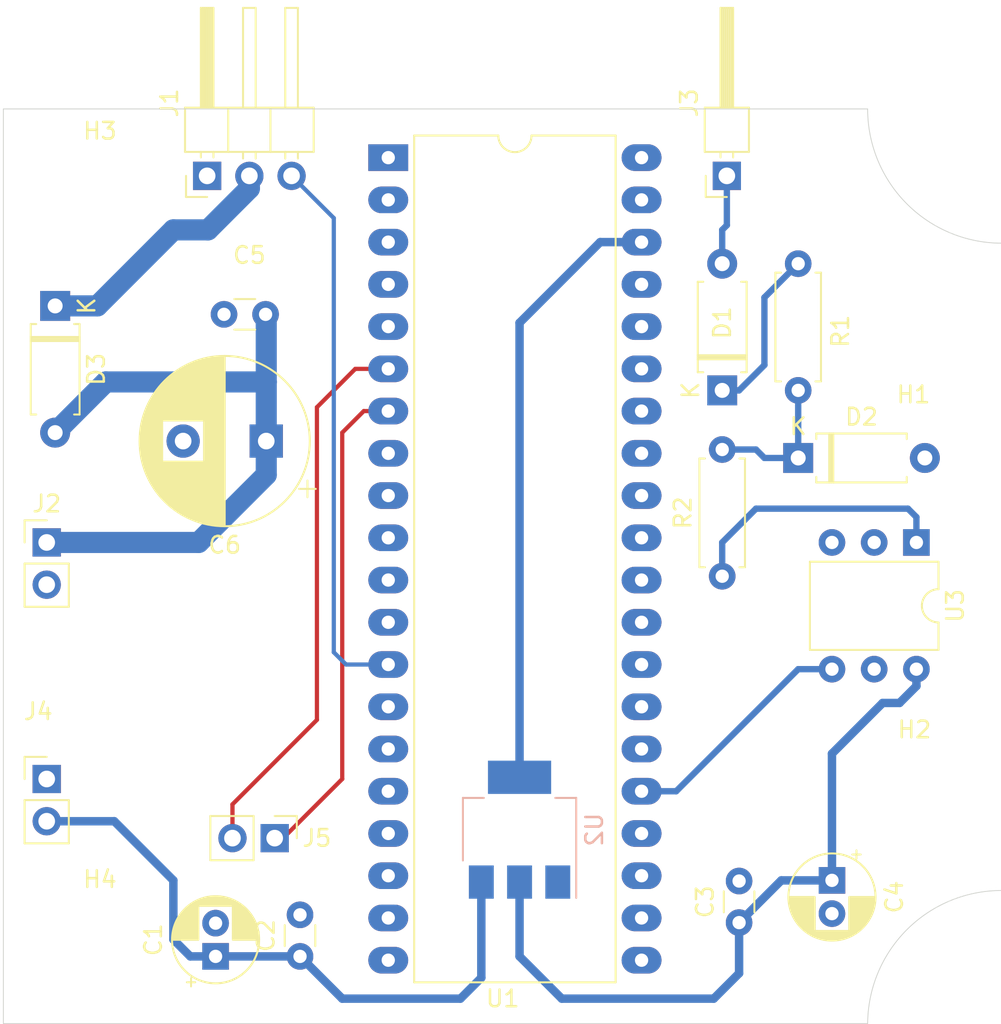
<source format=kicad_pcb>
(kicad_pcb (version 20171130) (host pcbnew "(5.1.6)-1")

  (general
    (thickness 1.6)
    (drawings 7)
    (tracks 72)
    (zones 0)
    (modules 23)
    (nets 47)
  )

  (page A4)
  (layers
    (0 F.Cu signal)
    (31 B.Cu signal)
    (32 B.Adhes user)
    (33 F.Adhes user)
    (34 B.Paste user)
    (35 F.Paste user)
    (36 B.SilkS user)
    (37 F.SilkS user)
    (38 B.Mask user)
    (39 F.Mask user)
    (40 Dwgs.User user)
    (41 Cmts.User user)
    (42 Eco1.User user)
    (43 Eco2.User user)
    (44 Edge.Cuts user)
    (45 Margin user)
    (46 B.CrtYd user)
    (47 F.CrtYd user)
    (48 B.Fab user)
    (49 F.Fab user)
  )

  (setup
    (last_trace_width 0.254)
    (user_trace_width 0.254)
    (user_trace_width 0.381)
    (user_trace_width 0.508)
    (user_trace_width 1.016)
    (user_trace_width 1.27)
    (trace_clearance 0.254)
    (zone_clearance 0.508)
    (zone_45_only no)
    (trace_min 0.1524)
    (via_size 0.762)
    (via_drill 0.381)
    (via_min_size 0.6858)
    (via_min_drill 0.3302)
    (user_via 0.762 0.381)
    (uvia_size 0.762)
    (uvia_drill 0.381)
    (uvias_allowed no)
    (uvia_min_size 0.6858)
    (uvia_min_drill 0.3302)
    (edge_width 0.05)
    (segment_width 0.2)
    (pcb_text_width 0.3)
    (pcb_text_size 1.5 1.5)
    (mod_edge_width 0.12)
    (mod_text_size 1 1)
    (mod_text_width 0.15)
    (pad_size 2.7 2.7)
    (pad_drill 2.7)
    (pad_to_mask_clearance 0.05)
    (aux_axis_origin 0 0)
    (visible_elements 7FFFFFFF)
    (pcbplotparams
      (layerselection 0x010fc_ffffffff)
      (usegerberextensions false)
      (usegerberattributes true)
      (usegerberadvancedattributes true)
      (creategerberjobfile true)
      (excludeedgelayer true)
      (linewidth 0.100000)
      (plotframeref false)
      (viasonmask false)
      (mode 1)
      (useauxorigin false)
      (hpglpennumber 1)
      (hpglpenspeed 20)
      (hpglpendiameter 15.000000)
      (psnegative false)
      (psa4output false)
      (plotreference true)
      (plotvalue true)
      (plotinvisibletext false)
      (padsonsilk false)
      (subtractmaskfromsilk false)
      (outputformat 1)
      (mirror false)
      (drillshape 1)
      (scaleselection 1)
      (outputdirectory ""))
  )

  (net 0 "")
  (net 1 GND)
  (net 2 +12V)
  (net 3 +3V3)
  (net 4 +6V)
  (net 5 "Net-(D1-Pad1)")
  (net 6 "Net-(D1-Pad2)")
  (net 7 "Net-(D2-Pad1)")
  (net 8 Servo_PWM)
  (net 9 "Net-(R2-Pad1)")
  (net 10 "Net-(U1-Pad1)")
  (net 11 "Net-(U1-Pad21)")
  (net 12 "Net-(U1-Pad2)")
  (net 13 "Net-(U1-Pad22)")
  (net 14 "Net-(U1-Pad3)")
  (net 15 "Net-(U1-Pad4)")
  (net 16 "Net-(U1-Pad24)")
  (net 17 "Net-(U1-Pad5)")
  (net 18 "Net-(U1-Pad26)")
  (net 19 "Net-(U1-Pad27)")
  (net 20 "Net-(U1-Pad8)")
  (net 21 "Net-(U1-Pad28)")
  (net 22 "Net-(U1-Pad9)")
  (net 23 "Net-(U1-Pad29)")
  (net 24 "Net-(U1-Pad10)")
  (net 25 "Net-(U1-Pad30)")
  (net 26 "Net-(U1-Pad11)")
  (net 27 "Net-(U1-Pad31)")
  (net 28 "Net-(U1-Pad12)")
  (net 29 "Net-(U1-Pad32)")
  (net 30 "Net-(U1-Pad33)")
  (net 31 "Net-(U1-Pad14)")
  (net 32 "Net-(U1-Pad34)")
  (net 33 "Net-(U1-Pad15)")
  (net 34 "Net-(U1-Pad35)")
  (net 35 "Net-(U1-Pad16)")
  (net 36 RPM_Input)
  (net 37 "Net-(U1-Pad17)")
  (net 38 "Net-(U1-Pad37)")
  (net 39 "Net-(U1-Pad18)")
  (net 40 "Net-(U3-Pad3)")
  (net 41 "Net-(U1-Pad23)")
  (net 42 "Net-(U1-Pad36)")
  (net 43 "Net-(U1-Pad19)")
  (net 44 "Net-(D3-Pad1)")
  (net 45 "Net-(J5-Pad1)")
  (net 46 "Net-(J5-Pad2)")

  (net_class Default "This is the default net class."
    (clearance 0.254)
    (trace_width 0.254)
    (via_dia 0.762)
    (via_drill 0.381)
    (uvia_dia 0.762)
    (uvia_drill 0.381)
    (add_net +12V)
    (add_net +3V3)
    (add_net +6V)
    (add_net GND)
    (add_net "Net-(D1-Pad1)")
    (add_net "Net-(D1-Pad2)")
    (add_net "Net-(D2-Pad1)")
    (add_net "Net-(D3-Pad1)")
    (add_net "Net-(J5-Pad1)")
    (add_net "Net-(J5-Pad2)")
    (add_net "Net-(R2-Pad1)")
    (add_net "Net-(U1-Pad1)")
    (add_net "Net-(U1-Pad10)")
    (add_net "Net-(U1-Pad11)")
    (add_net "Net-(U1-Pad12)")
    (add_net "Net-(U1-Pad14)")
    (add_net "Net-(U1-Pad15)")
    (add_net "Net-(U1-Pad16)")
    (add_net "Net-(U1-Pad17)")
    (add_net "Net-(U1-Pad18)")
    (add_net "Net-(U1-Pad19)")
    (add_net "Net-(U1-Pad2)")
    (add_net "Net-(U1-Pad21)")
    (add_net "Net-(U1-Pad22)")
    (add_net "Net-(U1-Pad23)")
    (add_net "Net-(U1-Pad24)")
    (add_net "Net-(U1-Pad26)")
    (add_net "Net-(U1-Pad27)")
    (add_net "Net-(U1-Pad28)")
    (add_net "Net-(U1-Pad29)")
    (add_net "Net-(U1-Pad3)")
    (add_net "Net-(U1-Pad30)")
    (add_net "Net-(U1-Pad31)")
    (add_net "Net-(U1-Pad32)")
    (add_net "Net-(U1-Pad33)")
    (add_net "Net-(U1-Pad34)")
    (add_net "Net-(U1-Pad35)")
    (add_net "Net-(U1-Pad36)")
    (add_net "Net-(U1-Pad37)")
    (add_net "Net-(U1-Pad4)")
    (add_net "Net-(U1-Pad5)")
    (add_net "Net-(U1-Pad8)")
    (add_net "Net-(U1-Pad9)")
    (add_net "Net-(U3-Pad3)")
    (add_net RPM_Input)
    (add_net Servo_PWM)
  )

  (module Package_DIP:DIP-6_W7.62mm (layer F.Cu) (tedit 5A02E8C5) (tstamp 5F486B88)
    (at 71.12 98.044 270)
    (descr "6-lead though-hole mounted DIP package, row spacing 7.62 mm (300 mils)")
    (tags "THT DIP DIL PDIP 2.54mm 7.62mm 300mil")
    (path /5F48AC7B)
    (fp_text reference U3 (at 3.81 -2.33 90) (layer F.SilkS)
      (effects (font (size 1 1) (thickness 0.15)))
    )
    (fp_text value H11L1 (at 3.81 1.016 90) (layer F.Fab)
      (effects (font (size 1 1) (thickness 0.15)))
    )
    (fp_line (start 8.7 -1.55) (end -1.1 -1.55) (layer F.CrtYd) (width 0.05))
    (fp_line (start 8.7 6.6) (end 8.7 -1.55) (layer F.CrtYd) (width 0.05))
    (fp_line (start -1.1 6.6) (end 8.7 6.6) (layer F.CrtYd) (width 0.05))
    (fp_line (start -1.1 -1.55) (end -1.1 6.6) (layer F.CrtYd) (width 0.05))
    (fp_line (start 6.46 -1.33) (end 4.81 -1.33) (layer F.SilkS) (width 0.12))
    (fp_line (start 6.46 6.41) (end 6.46 -1.33) (layer F.SilkS) (width 0.12))
    (fp_line (start 1.16 6.41) (end 6.46 6.41) (layer F.SilkS) (width 0.12))
    (fp_line (start 1.16 -1.33) (end 1.16 6.41) (layer F.SilkS) (width 0.12))
    (fp_line (start 2.81 -1.33) (end 1.16 -1.33) (layer F.SilkS) (width 0.12))
    (fp_line (start 0.635 -0.27) (end 1.635 -1.27) (layer F.Fab) (width 0.1))
    (fp_line (start 0.635 6.35) (end 0.635 -0.27) (layer F.Fab) (width 0.1))
    (fp_line (start 6.985 6.35) (end 0.635 6.35) (layer F.Fab) (width 0.1))
    (fp_line (start 6.985 -1.27) (end 6.985 6.35) (layer F.Fab) (width 0.1))
    (fp_line (start 1.635 -1.27) (end 6.985 -1.27) (layer F.Fab) (width 0.1))
    (fp_arc (start 3.81 -1.33) (end 2.81 -1.33) (angle -180) (layer F.SilkS) (width 0.12))
    (fp_text user %R (at 3.81 2.54 90) (layer F.Fab)
      (effects (font (size 1 1) (thickness 0.15)))
    )
    (pad 1 thru_hole rect (at 0 0 270) (size 1.6 1.6) (drill 0.8) (layers *.Cu *.Mask)
      (net 9 "Net-(R2-Pad1)"))
    (pad 4 thru_hole oval (at 7.62 5.08 270) (size 1.6 1.6) (drill 0.8) (layers *.Cu *.Mask)
      (net 36 RPM_Input))
    (pad 2 thru_hole oval (at 0 2.54 270) (size 1.6 1.6) (drill 0.8) (layers *.Cu *.Mask)
      (net 1 GND))
    (pad 5 thru_hole oval (at 7.62 2.54 270) (size 1.6 1.6) (drill 0.8) (layers *.Cu *.Mask)
      (net 1 GND))
    (pad 3 thru_hole oval (at 0 5.08 270) (size 1.6 1.6) (drill 0.8) (layers *.Cu *.Mask)
      (net 40 "Net-(U3-Pad3)"))
    (pad 6 thru_hole oval (at 7.62 0 270) (size 1.6 1.6) (drill 0.8) (layers *.Cu *.Mask)
      (net 3 +3V3))
    (model ${KISYS3DMOD}/Package_DIP.3dshapes/DIP-6_W7.62mm.wrl
      (at (xyz 0 0 0))
      (scale (xyz 1 1 1))
      (rotate (xyz 0 0 0))
    )
  )

  (module Capacitor_THT:CP_Radial_D5.0mm_P2.00mm (layer F.Cu) (tedit 5AE50EF0) (tstamp 5F48689C)
    (at 28.956 122.936 90)
    (descr "CP, Radial series, Radial, pin pitch=2.00mm, , diameter=5mm, Electrolytic Capacitor")
    (tags "CP Radial series Radial pin pitch 2.00mm  diameter 5mm Electrolytic Capacitor")
    (path /5F47D5F7)
    (fp_text reference C1 (at 1 -3.75 90) (layer F.SilkS)
      (effects (font (size 1 1) (thickness 0.15)))
    )
    (fp_text value 47uF (at -2.54 0 180) (layer F.Fab)
      (effects (font (size 1 1) (thickness 0.15)))
    )
    (fp_circle (center 1 0) (end 3.5 0) (layer F.Fab) (width 0.1))
    (fp_circle (center 1 0) (end 3.62 0) (layer F.SilkS) (width 0.12))
    (fp_circle (center 1 0) (end 3.75 0) (layer F.CrtYd) (width 0.05))
    (fp_line (start -1.133605 -1.0875) (end -0.633605 -1.0875) (layer F.Fab) (width 0.1))
    (fp_line (start -0.883605 -1.3375) (end -0.883605 -0.8375) (layer F.Fab) (width 0.1))
    (fp_line (start 1 1.04) (end 1 2.58) (layer F.SilkS) (width 0.12))
    (fp_line (start 1 -2.58) (end 1 -1.04) (layer F.SilkS) (width 0.12))
    (fp_line (start 1.04 1.04) (end 1.04 2.58) (layer F.SilkS) (width 0.12))
    (fp_line (start 1.04 -2.58) (end 1.04 -1.04) (layer F.SilkS) (width 0.12))
    (fp_line (start 1.08 -2.579) (end 1.08 -1.04) (layer F.SilkS) (width 0.12))
    (fp_line (start 1.08 1.04) (end 1.08 2.579) (layer F.SilkS) (width 0.12))
    (fp_line (start 1.12 -2.578) (end 1.12 -1.04) (layer F.SilkS) (width 0.12))
    (fp_line (start 1.12 1.04) (end 1.12 2.578) (layer F.SilkS) (width 0.12))
    (fp_line (start 1.16 -2.576) (end 1.16 -1.04) (layer F.SilkS) (width 0.12))
    (fp_line (start 1.16 1.04) (end 1.16 2.576) (layer F.SilkS) (width 0.12))
    (fp_line (start 1.2 -2.573) (end 1.2 -1.04) (layer F.SilkS) (width 0.12))
    (fp_line (start 1.2 1.04) (end 1.2 2.573) (layer F.SilkS) (width 0.12))
    (fp_line (start 1.24 -2.569) (end 1.24 -1.04) (layer F.SilkS) (width 0.12))
    (fp_line (start 1.24 1.04) (end 1.24 2.569) (layer F.SilkS) (width 0.12))
    (fp_line (start 1.28 -2.565) (end 1.28 -1.04) (layer F.SilkS) (width 0.12))
    (fp_line (start 1.28 1.04) (end 1.28 2.565) (layer F.SilkS) (width 0.12))
    (fp_line (start 1.32 -2.561) (end 1.32 -1.04) (layer F.SilkS) (width 0.12))
    (fp_line (start 1.32 1.04) (end 1.32 2.561) (layer F.SilkS) (width 0.12))
    (fp_line (start 1.36 -2.556) (end 1.36 -1.04) (layer F.SilkS) (width 0.12))
    (fp_line (start 1.36 1.04) (end 1.36 2.556) (layer F.SilkS) (width 0.12))
    (fp_line (start 1.4 -2.55) (end 1.4 -1.04) (layer F.SilkS) (width 0.12))
    (fp_line (start 1.4 1.04) (end 1.4 2.55) (layer F.SilkS) (width 0.12))
    (fp_line (start 1.44 -2.543) (end 1.44 -1.04) (layer F.SilkS) (width 0.12))
    (fp_line (start 1.44 1.04) (end 1.44 2.543) (layer F.SilkS) (width 0.12))
    (fp_line (start 1.48 -2.536) (end 1.48 -1.04) (layer F.SilkS) (width 0.12))
    (fp_line (start 1.48 1.04) (end 1.48 2.536) (layer F.SilkS) (width 0.12))
    (fp_line (start 1.52 -2.528) (end 1.52 -1.04) (layer F.SilkS) (width 0.12))
    (fp_line (start 1.52 1.04) (end 1.52 2.528) (layer F.SilkS) (width 0.12))
    (fp_line (start 1.56 -2.52) (end 1.56 -1.04) (layer F.SilkS) (width 0.12))
    (fp_line (start 1.56 1.04) (end 1.56 2.52) (layer F.SilkS) (width 0.12))
    (fp_line (start 1.6 -2.511) (end 1.6 -1.04) (layer F.SilkS) (width 0.12))
    (fp_line (start 1.6 1.04) (end 1.6 2.511) (layer F.SilkS) (width 0.12))
    (fp_line (start 1.64 -2.501) (end 1.64 -1.04) (layer F.SilkS) (width 0.12))
    (fp_line (start 1.64 1.04) (end 1.64 2.501) (layer F.SilkS) (width 0.12))
    (fp_line (start 1.68 -2.491) (end 1.68 -1.04) (layer F.SilkS) (width 0.12))
    (fp_line (start 1.68 1.04) (end 1.68 2.491) (layer F.SilkS) (width 0.12))
    (fp_line (start 1.721 -2.48) (end 1.721 -1.04) (layer F.SilkS) (width 0.12))
    (fp_line (start 1.721 1.04) (end 1.721 2.48) (layer F.SilkS) (width 0.12))
    (fp_line (start 1.761 -2.468) (end 1.761 -1.04) (layer F.SilkS) (width 0.12))
    (fp_line (start 1.761 1.04) (end 1.761 2.468) (layer F.SilkS) (width 0.12))
    (fp_line (start 1.801 -2.455) (end 1.801 -1.04) (layer F.SilkS) (width 0.12))
    (fp_line (start 1.801 1.04) (end 1.801 2.455) (layer F.SilkS) (width 0.12))
    (fp_line (start 1.841 -2.442) (end 1.841 -1.04) (layer F.SilkS) (width 0.12))
    (fp_line (start 1.841 1.04) (end 1.841 2.442) (layer F.SilkS) (width 0.12))
    (fp_line (start 1.881 -2.428) (end 1.881 -1.04) (layer F.SilkS) (width 0.12))
    (fp_line (start 1.881 1.04) (end 1.881 2.428) (layer F.SilkS) (width 0.12))
    (fp_line (start 1.921 -2.414) (end 1.921 -1.04) (layer F.SilkS) (width 0.12))
    (fp_line (start 1.921 1.04) (end 1.921 2.414) (layer F.SilkS) (width 0.12))
    (fp_line (start 1.961 -2.398) (end 1.961 -1.04) (layer F.SilkS) (width 0.12))
    (fp_line (start 1.961 1.04) (end 1.961 2.398) (layer F.SilkS) (width 0.12))
    (fp_line (start 2.001 -2.382) (end 2.001 -1.04) (layer F.SilkS) (width 0.12))
    (fp_line (start 2.001 1.04) (end 2.001 2.382) (layer F.SilkS) (width 0.12))
    (fp_line (start 2.041 -2.365) (end 2.041 -1.04) (layer F.SilkS) (width 0.12))
    (fp_line (start 2.041 1.04) (end 2.041 2.365) (layer F.SilkS) (width 0.12))
    (fp_line (start 2.081 -2.348) (end 2.081 -1.04) (layer F.SilkS) (width 0.12))
    (fp_line (start 2.081 1.04) (end 2.081 2.348) (layer F.SilkS) (width 0.12))
    (fp_line (start 2.121 -2.329) (end 2.121 -1.04) (layer F.SilkS) (width 0.12))
    (fp_line (start 2.121 1.04) (end 2.121 2.329) (layer F.SilkS) (width 0.12))
    (fp_line (start 2.161 -2.31) (end 2.161 -1.04) (layer F.SilkS) (width 0.12))
    (fp_line (start 2.161 1.04) (end 2.161 2.31) (layer F.SilkS) (width 0.12))
    (fp_line (start 2.201 -2.29) (end 2.201 -1.04) (layer F.SilkS) (width 0.12))
    (fp_line (start 2.201 1.04) (end 2.201 2.29) (layer F.SilkS) (width 0.12))
    (fp_line (start 2.241 -2.268) (end 2.241 -1.04) (layer F.SilkS) (width 0.12))
    (fp_line (start 2.241 1.04) (end 2.241 2.268) (layer F.SilkS) (width 0.12))
    (fp_line (start 2.281 -2.247) (end 2.281 -1.04) (layer F.SilkS) (width 0.12))
    (fp_line (start 2.281 1.04) (end 2.281 2.247) (layer F.SilkS) (width 0.12))
    (fp_line (start 2.321 -2.224) (end 2.321 -1.04) (layer F.SilkS) (width 0.12))
    (fp_line (start 2.321 1.04) (end 2.321 2.224) (layer F.SilkS) (width 0.12))
    (fp_line (start 2.361 -2.2) (end 2.361 -1.04) (layer F.SilkS) (width 0.12))
    (fp_line (start 2.361 1.04) (end 2.361 2.2) (layer F.SilkS) (width 0.12))
    (fp_line (start 2.401 -2.175) (end 2.401 -1.04) (layer F.SilkS) (width 0.12))
    (fp_line (start 2.401 1.04) (end 2.401 2.175) (layer F.SilkS) (width 0.12))
    (fp_line (start 2.441 -2.149) (end 2.441 -1.04) (layer F.SilkS) (width 0.12))
    (fp_line (start 2.441 1.04) (end 2.441 2.149) (layer F.SilkS) (width 0.12))
    (fp_line (start 2.481 -2.122) (end 2.481 -1.04) (layer F.SilkS) (width 0.12))
    (fp_line (start 2.481 1.04) (end 2.481 2.122) (layer F.SilkS) (width 0.12))
    (fp_line (start 2.521 -2.095) (end 2.521 -1.04) (layer F.SilkS) (width 0.12))
    (fp_line (start 2.521 1.04) (end 2.521 2.095) (layer F.SilkS) (width 0.12))
    (fp_line (start 2.561 -2.065) (end 2.561 -1.04) (layer F.SilkS) (width 0.12))
    (fp_line (start 2.561 1.04) (end 2.561 2.065) (layer F.SilkS) (width 0.12))
    (fp_line (start 2.601 -2.035) (end 2.601 -1.04) (layer F.SilkS) (width 0.12))
    (fp_line (start 2.601 1.04) (end 2.601 2.035) (layer F.SilkS) (width 0.12))
    (fp_line (start 2.641 -2.004) (end 2.641 -1.04) (layer F.SilkS) (width 0.12))
    (fp_line (start 2.641 1.04) (end 2.641 2.004) (layer F.SilkS) (width 0.12))
    (fp_line (start 2.681 -1.971) (end 2.681 -1.04) (layer F.SilkS) (width 0.12))
    (fp_line (start 2.681 1.04) (end 2.681 1.971) (layer F.SilkS) (width 0.12))
    (fp_line (start 2.721 -1.937) (end 2.721 -1.04) (layer F.SilkS) (width 0.12))
    (fp_line (start 2.721 1.04) (end 2.721 1.937) (layer F.SilkS) (width 0.12))
    (fp_line (start 2.761 -1.901) (end 2.761 -1.04) (layer F.SilkS) (width 0.12))
    (fp_line (start 2.761 1.04) (end 2.761 1.901) (layer F.SilkS) (width 0.12))
    (fp_line (start 2.801 -1.864) (end 2.801 -1.04) (layer F.SilkS) (width 0.12))
    (fp_line (start 2.801 1.04) (end 2.801 1.864) (layer F.SilkS) (width 0.12))
    (fp_line (start 2.841 -1.826) (end 2.841 -1.04) (layer F.SilkS) (width 0.12))
    (fp_line (start 2.841 1.04) (end 2.841 1.826) (layer F.SilkS) (width 0.12))
    (fp_line (start 2.881 -1.785) (end 2.881 -1.04) (layer F.SilkS) (width 0.12))
    (fp_line (start 2.881 1.04) (end 2.881 1.785) (layer F.SilkS) (width 0.12))
    (fp_line (start 2.921 -1.743) (end 2.921 -1.04) (layer F.SilkS) (width 0.12))
    (fp_line (start 2.921 1.04) (end 2.921 1.743) (layer F.SilkS) (width 0.12))
    (fp_line (start 2.961 -1.699) (end 2.961 -1.04) (layer F.SilkS) (width 0.12))
    (fp_line (start 2.961 1.04) (end 2.961 1.699) (layer F.SilkS) (width 0.12))
    (fp_line (start 3.001 -1.653) (end 3.001 -1.04) (layer F.SilkS) (width 0.12))
    (fp_line (start 3.001 1.04) (end 3.001 1.653) (layer F.SilkS) (width 0.12))
    (fp_line (start 3.041 -1.605) (end 3.041 1.605) (layer F.SilkS) (width 0.12))
    (fp_line (start 3.081 -1.554) (end 3.081 1.554) (layer F.SilkS) (width 0.12))
    (fp_line (start 3.121 -1.5) (end 3.121 1.5) (layer F.SilkS) (width 0.12))
    (fp_line (start 3.161 -1.443) (end 3.161 1.443) (layer F.SilkS) (width 0.12))
    (fp_line (start 3.201 -1.383) (end 3.201 1.383) (layer F.SilkS) (width 0.12))
    (fp_line (start 3.241 -1.319) (end 3.241 1.319) (layer F.SilkS) (width 0.12))
    (fp_line (start 3.281 -1.251) (end 3.281 1.251) (layer F.SilkS) (width 0.12))
    (fp_line (start 3.321 -1.178) (end 3.321 1.178) (layer F.SilkS) (width 0.12))
    (fp_line (start 3.361 -1.098) (end 3.361 1.098) (layer F.SilkS) (width 0.12))
    (fp_line (start 3.401 -1.011) (end 3.401 1.011) (layer F.SilkS) (width 0.12))
    (fp_line (start 3.441 -0.915) (end 3.441 0.915) (layer F.SilkS) (width 0.12))
    (fp_line (start 3.481 -0.805) (end 3.481 0.805) (layer F.SilkS) (width 0.12))
    (fp_line (start 3.521 -0.677) (end 3.521 0.677) (layer F.SilkS) (width 0.12))
    (fp_line (start 3.561 -0.518) (end 3.561 0.518) (layer F.SilkS) (width 0.12))
    (fp_line (start 3.601 -0.284) (end 3.601 0.284) (layer F.SilkS) (width 0.12))
    (fp_line (start -1.804775 -1.475) (end -1.304775 -1.475) (layer F.SilkS) (width 0.12))
    (fp_line (start -1.554775 -1.725) (end -1.554775 -1.225) (layer F.SilkS) (width 0.12))
    (fp_text user %R (at 1 0 90) (layer F.Fab)
      (effects (font (size 1 1) (thickness 0.15)))
    )
    (pad 2 thru_hole circle (at 2 0 90) (size 1.6 1.6) (drill 0.8) (layers *.Cu *.Mask)
      (net 1 GND))
    (pad 1 thru_hole rect (at 0 0 90) (size 1.6 1.6) (drill 0.8) (layers *.Cu *.Mask)
      (net 2 +12V))
    (model ${KISYS3DMOD}/Capacitor_THT.3dshapes/CP_Radial_D5.0mm_P2.00mm.wrl
      (at (xyz 0 0 0))
      (scale (xyz 1 1 1))
      (rotate (xyz 0 0 0))
    )
  )

  (module Capacitor_THT:C_Disc_D3.0mm_W1.6mm_P2.50mm (layer F.Cu) (tedit 5AE50EF0) (tstamp 5F4868AD)
    (at 34.036 122.936 90)
    (descr "C, Disc series, Radial, pin pitch=2.50mm, , diameter*width=3.0*1.6mm^2, Capacitor, http://www.vishay.com/docs/45233/krseries.pdf")
    (tags "C Disc series Radial pin pitch 2.50mm  diameter 3.0mm width 1.6mm Capacitor")
    (path /5F47CC00)
    (fp_text reference C2 (at 1.25 -2.05 90) (layer F.SilkS)
      (effects (font (size 1 1) (thickness 0.15)))
    )
    (fp_text value 100nF (at 1.25 2.05 90) (layer F.Fab)
      (effects (font (size 1 1) (thickness 0.15)))
    )
    (fp_line (start -0.25 -0.8) (end -0.25 0.8) (layer F.Fab) (width 0.1))
    (fp_line (start -0.25 0.8) (end 2.75 0.8) (layer F.Fab) (width 0.1))
    (fp_line (start 2.75 0.8) (end 2.75 -0.8) (layer F.Fab) (width 0.1))
    (fp_line (start 2.75 -0.8) (end -0.25 -0.8) (layer F.Fab) (width 0.1))
    (fp_line (start 0.621 -0.92) (end 1.879 -0.92) (layer F.SilkS) (width 0.12))
    (fp_line (start 0.621 0.92) (end 1.879 0.92) (layer F.SilkS) (width 0.12))
    (fp_line (start -1.05 -1.05) (end -1.05 1.05) (layer F.CrtYd) (width 0.05))
    (fp_line (start -1.05 1.05) (end 3.55 1.05) (layer F.CrtYd) (width 0.05))
    (fp_line (start 3.55 1.05) (end 3.55 -1.05) (layer F.CrtYd) (width 0.05))
    (fp_line (start 3.55 -1.05) (end -1.05 -1.05) (layer F.CrtYd) (width 0.05))
    (fp_text user %R (at 1.25 0 90) (layer F.Fab)
      (effects (font (size 0.6 0.6) (thickness 0.09)))
    )
    (pad 2 thru_hole circle (at 2.5 0 90) (size 1.6 1.6) (drill 0.8) (layers *.Cu *.Mask)
      (net 1 GND))
    (pad 1 thru_hole circle (at 0 0 90) (size 1.6 1.6) (drill 0.8) (layers *.Cu *.Mask)
      (net 2 +12V))
    (model ${KISYS3DMOD}/Capacitor_THT.3dshapes/C_Disc_D3.0mm_W1.6mm_P2.50mm.wrl
      (at (xyz 0 0 0))
      (scale (xyz 1 1 1))
      (rotate (xyz 0 0 0))
    )
  )

  (module Capacitor_THT:C_Disc_D3.0mm_W1.6mm_P2.50mm (layer F.Cu) (tedit 5AE50EF0) (tstamp 5F4868BE)
    (at 60.452 120.904 90)
    (descr "C, Disc series, Radial, pin pitch=2.50mm, , diameter*width=3.0*1.6mm^2, Capacitor, http://www.vishay.com/docs/45233/krseries.pdf")
    (tags "C Disc series Radial pin pitch 2.50mm  diameter 3.0mm width 1.6mm Capacitor")
    (path /5F47C55A)
    (fp_text reference C3 (at 1.25 -2.05 90) (layer F.SilkS)
      (effects (font (size 1 1) (thickness 0.15)))
    )
    (fp_text value 100nF (at 4.572 0 180) (layer F.Fab)
      (effects (font (size 1 1) (thickness 0.15)))
    )
    (fp_line (start 3.55 -1.05) (end -1.05 -1.05) (layer F.CrtYd) (width 0.05))
    (fp_line (start 3.55 1.05) (end 3.55 -1.05) (layer F.CrtYd) (width 0.05))
    (fp_line (start -1.05 1.05) (end 3.55 1.05) (layer F.CrtYd) (width 0.05))
    (fp_line (start -1.05 -1.05) (end -1.05 1.05) (layer F.CrtYd) (width 0.05))
    (fp_line (start 0.621 0.92) (end 1.879 0.92) (layer F.SilkS) (width 0.12))
    (fp_line (start 0.621 -0.92) (end 1.879 -0.92) (layer F.SilkS) (width 0.12))
    (fp_line (start 2.75 -0.8) (end -0.25 -0.8) (layer F.Fab) (width 0.1))
    (fp_line (start 2.75 0.8) (end 2.75 -0.8) (layer F.Fab) (width 0.1))
    (fp_line (start -0.25 0.8) (end 2.75 0.8) (layer F.Fab) (width 0.1))
    (fp_line (start -0.25 -0.8) (end -0.25 0.8) (layer F.Fab) (width 0.1))
    (fp_text user %R (at 1.25 0 90) (layer F.Fab)
      (effects (font (size 0.6 0.6) (thickness 0.09)))
    )
    (pad 1 thru_hole circle (at 0 0 90) (size 1.6 1.6) (drill 0.8) (layers *.Cu *.Mask)
      (net 3 +3V3))
    (pad 2 thru_hole circle (at 2.5 0 90) (size 1.6 1.6) (drill 0.8) (layers *.Cu *.Mask)
      (net 1 GND))
    (model ${KISYS3DMOD}/Capacitor_THT.3dshapes/C_Disc_D3.0mm_W1.6mm_P2.50mm.wrl
      (at (xyz 0 0 0))
      (scale (xyz 1 1 1))
      (rotate (xyz 0 0 0))
    )
  )

  (module Capacitor_THT:CP_Radial_D5.0mm_P2.00mm (layer F.Cu) (tedit 5AE50EF0) (tstamp 5F486941)
    (at 66.04 118.364 270)
    (descr "CP, Radial series, Radial, pin pitch=2.00mm, , diameter=5mm, Electrolytic Capacitor")
    (tags "CP Radial series Radial pin pitch 2.00mm  diameter 5mm Electrolytic Capacitor")
    (path /5F47E30A)
    (fp_text reference C4 (at 1 -3.75 90) (layer F.SilkS)
      (effects (font (size 1 1) (thickness 0.15)))
    )
    (fp_text value 47uF (at 5.08 0.508 180) (layer F.Fab)
      (effects (font (size 1 1) (thickness 0.15)))
    )
    (fp_line (start -1.554775 -1.725) (end -1.554775 -1.225) (layer F.SilkS) (width 0.12))
    (fp_line (start -1.804775 -1.475) (end -1.304775 -1.475) (layer F.SilkS) (width 0.12))
    (fp_line (start 3.601 -0.284) (end 3.601 0.284) (layer F.SilkS) (width 0.12))
    (fp_line (start 3.561 -0.518) (end 3.561 0.518) (layer F.SilkS) (width 0.12))
    (fp_line (start 3.521 -0.677) (end 3.521 0.677) (layer F.SilkS) (width 0.12))
    (fp_line (start 3.481 -0.805) (end 3.481 0.805) (layer F.SilkS) (width 0.12))
    (fp_line (start 3.441 -0.915) (end 3.441 0.915) (layer F.SilkS) (width 0.12))
    (fp_line (start 3.401 -1.011) (end 3.401 1.011) (layer F.SilkS) (width 0.12))
    (fp_line (start 3.361 -1.098) (end 3.361 1.098) (layer F.SilkS) (width 0.12))
    (fp_line (start 3.321 -1.178) (end 3.321 1.178) (layer F.SilkS) (width 0.12))
    (fp_line (start 3.281 -1.251) (end 3.281 1.251) (layer F.SilkS) (width 0.12))
    (fp_line (start 3.241 -1.319) (end 3.241 1.319) (layer F.SilkS) (width 0.12))
    (fp_line (start 3.201 -1.383) (end 3.201 1.383) (layer F.SilkS) (width 0.12))
    (fp_line (start 3.161 -1.443) (end 3.161 1.443) (layer F.SilkS) (width 0.12))
    (fp_line (start 3.121 -1.5) (end 3.121 1.5) (layer F.SilkS) (width 0.12))
    (fp_line (start 3.081 -1.554) (end 3.081 1.554) (layer F.SilkS) (width 0.12))
    (fp_line (start 3.041 -1.605) (end 3.041 1.605) (layer F.SilkS) (width 0.12))
    (fp_line (start 3.001 1.04) (end 3.001 1.653) (layer F.SilkS) (width 0.12))
    (fp_line (start 3.001 -1.653) (end 3.001 -1.04) (layer F.SilkS) (width 0.12))
    (fp_line (start 2.961 1.04) (end 2.961 1.699) (layer F.SilkS) (width 0.12))
    (fp_line (start 2.961 -1.699) (end 2.961 -1.04) (layer F.SilkS) (width 0.12))
    (fp_line (start 2.921 1.04) (end 2.921 1.743) (layer F.SilkS) (width 0.12))
    (fp_line (start 2.921 -1.743) (end 2.921 -1.04) (layer F.SilkS) (width 0.12))
    (fp_line (start 2.881 1.04) (end 2.881 1.785) (layer F.SilkS) (width 0.12))
    (fp_line (start 2.881 -1.785) (end 2.881 -1.04) (layer F.SilkS) (width 0.12))
    (fp_line (start 2.841 1.04) (end 2.841 1.826) (layer F.SilkS) (width 0.12))
    (fp_line (start 2.841 -1.826) (end 2.841 -1.04) (layer F.SilkS) (width 0.12))
    (fp_line (start 2.801 1.04) (end 2.801 1.864) (layer F.SilkS) (width 0.12))
    (fp_line (start 2.801 -1.864) (end 2.801 -1.04) (layer F.SilkS) (width 0.12))
    (fp_line (start 2.761 1.04) (end 2.761 1.901) (layer F.SilkS) (width 0.12))
    (fp_line (start 2.761 -1.901) (end 2.761 -1.04) (layer F.SilkS) (width 0.12))
    (fp_line (start 2.721 1.04) (end 2.721 1.937) (layer F.SilkS) (width 0.12))
    (fp_line (start 2.721 -1.937) (end 2.721 -1.04) (layer F.SilkS) (width 0.12))
    (fp_line (start 2.681 1.04) (end 2.681 1.971) (layer F.SilkS) (width 0.12))
    (fp_line (start 2.681 -1.971) (end 2.681 -1.04) (layer F.SilkS) (width 0.12))
    (fp_line (start 2.641 1.04) (end 2.641 2.004) (layer F.SilkS) (width 0.12))
    (fp_line (start 2.641 -2.004) (end 2.641 -1.04) (layer F.SilkS) (width 0.12))
    (fp_line (start 2.601 1.04) (end 2.601 2.035) (layer F.SilkS) (width 0.12))
    (fp_line (start 2.601 -2.035) (end 2.601 -1.04) (layer F.SilkS) (width 0.12))
    (fp_line (start 2.561 1.04) (end 2.561 2.065) (layer F.SilkS) (width 0.12))
    (fp_line (start 2.561 -2.065) (end 2.561 -1.04) (layer F.SilkS) (width 0.12))
    (fp_line (start 2.521 1.04) (end 2.521 2.095) (layer F.SilkS) (width 0.12))
    (fp_line (start 2.521 -2.095) (end 2.521 -1.04) (layer F.SilkS) (width 0.12))
    (fp_line (start 2.481 1.04) (end 2.481 2.122) (layer F.SilkS) (width 0.12))
    (fp_line (start 2.481 -2.122) (end 2.481 -1.04) (layer F.SilkS) (width 0.12))
    (fp_line (start 2.441 1.04) (end 2.441 2.149) (layer F.SilkS) (width 0.12))
    (fp_line (start 2.441 -2.149) (end 2.441 -1.04) (layer F.SilkS) (width 0.12))
    (fp_line (start 2.401 1.04) (end 2.401 2.175) (layer F.SilkS) (width 0.12))
    (fp_line (start 2.401 -2.175) (end 2.401 -1.04) (layer F.SilkS) (width 0.12))
    (fp_line (start 2.361 1.04) (end 2.361 2.2) (layer F.SilkS) (width 0.12))
    (fp_line (start 2.361 -2.2) (end 2.361 -1.04) (layer F.SilkS) (width 0.12))
    (fp_line (start 2.321 1.04) (end 2.321 2.224) (layer F.SilkS) (width 0.12))
    (fp_line (start 2.321 -2.224) (end 2.321 -1.04) (layer F.SilkS) (width 0.12))
    (fp_line (start 2.281 1.04) (end 2.281 2.247) (layer F.SilkS) (width 0.12))
    (fp_line (start 2.281 -2.247) (end 2.281 -1.04) (layer F.SilkS) (width 0.12))
    (fp_line (start 2.241 1.04) (end 2.241 2.268) (layer F.SilkS) (width 0.12))
    (fp_line (start 2.241 -2.268) (end 2.241 -1.04) (layer F.SilkS) (width 0.12))
    (fp_line (start 2.201 1.04) (end 2.201 2.29) (layer F.SilkS) (width 0.12))
    (fp_line (start 2.201 -2.29) (end 2.201 -1.04) (layer F.SilkS) (width 0.12))
    (fp_line (start 2.161 1.04) (end 2.161 2.31) (layer F.SilkS) (width 0.12))
    (fp_line (start 2.161 -2.31) (end 2.161 -1.04) (layer F.SilkS) (width 0.12))
    (fp_line (start 2.121 1.04) (end 2.121 2.329) (layer F.SilkS) (width 0.12))
    (fp_line (start 2.121 -2.329) (end 2.121 -1.04) (layer F.SilkS) (width 0.12))
    (fp_line (start 2.081 1.04) (end 2.081 2.348) (layer F.SilkS) (width 0.12))
    (fp_line (start 2.081 -2.348) (end 2.081 -1.04) (layer F.SilkS) (width 0.12))
    (fp_line (start 2.041 1.04) (end 2.041 2.365) (layer F.SilkS) (width 0.12))
    (fp_line (start 2.041 -2.365) (end 2.041 -1.04) (layer F.SilkS) (width 0.12))
    (fp_line (start 2.001 1.04) (end 2.001 2.382) (layer F.SilkS) (width 0.12))
    (fp_line (start 2.001 -2.382) (end 2.001 -1.04) (layer F.SilkS) (width 0.12))
    (fp_line (start 1.961 1.04) (end 1.961 2.398) (layer F.SilkS) (width 0.12))
    (fp_line (start 1.961 -2.398) (end 1.961 -1.04) (layer F.SilkS) (width 0.12))
    (fp_line (start 1.921 1.04) (end 1.921 2.414) (layer F.SilkS) (width 0.12))
    (fp_line (start 1.921 -2.414) (end 1.921 -1.04) (layer F.SilkS) (width 0.12))
    (fp_line (start 1.881 1.04) (end 1.881 2.428) (layer F.SilkS) (width 0.12))
    (fp_line (start 1.881 -2.428) (end 1.881 -1.04) (layer F.SilkS) (width 0.12))
    (fp_line (start 1.841 1.04) (end 1.841 2.442) (layer F.SilkS) (width 0.12))
    (fp_line (start 1.841 -2.442) (end 1.841 -1.04) (layer F.SilkS) (width 0.12))
    (fp_line (start 1.801 1.04) (end 1.801 2.455) (layer F.SilkS) (width 0.12))
    (fp_line (start 1.801 -2.455) (end 1.801 -1.04) (layer F.SilkS) (width 0.12))
    (fp_line (start 1.761 1.04) (end 1.761 2.468) (layer F.SilkS) (width 0.12))
    (fp_line (start 1.761 -2.468) (end 1.761 -1.04) (layer F.SilkS) (width 0.12))
    (fp_line (start 1.721 1.04) (end 1.721 2.48) (layer F.SilkS) (width 0.12))
    (fp_line (start 1.721 -2.48) (end 1.721 -1.04) (layer F.SilkS) (width 0.12))
    (fp_line (start 1.68 1.04) (end 1.68 2.491) (layer F.SilkS) (width 0.12))
    (fp_line (start 1.68 -2.491) (end 1.68 -1.04) (layer F.SilkS) (width 0.12))
    (fp_line (start 1.64 1.04) (end 1.64 2.501) (layer F.SilkS) (width 0.12))
    (fp_line (start 1.64 -2.501) (end 1.64 -1.04) (layer F.SilkS) (width 0.12))
    (fp_line (start 1.6 1.04) (end 1.6 2.511) (layer F.SilkS) (width 0.12))
    (fp_line (start 1.6 -2.511) (end 1.6 -1.04) (layer F.SilkS) (width 0.12))
    (fp_line (start 1.56 1.04) (end 1.56 2.52) (layer F.SilkS) (width 0.12))
    (fp_line (start 1.56 -2.52) (end 1.56 -1.04) (layer F.SilkS) (width 0.12))
    (fp_line (start 1.52 1.04) (end 1.52 2.528) (layer F.SilkS) (width 0.12))
    (fp_line (start 1.52 -2.528) (end 1.52 -1.04) (layer F.SilkS) (width 0.12))
    (fp_line (start 1.48 1.04) (end 1.48 2.536) (layer F.SilkS) (width 0.12))
    (fp_line (start 1.48 -2.536) (end 1.48 -1.04) (layer F.SilkS) (width 0.12))
    (fp_line (start 1.44 1.04) (end 1.44 2.543) (layer F.SilkS) (width 0.12))
    (fp_line (start 1.44 -2.543) (end 1.44 -1.04) (layer F.SilkS) (width 0.12))
    (fp_line (start 1.4 1.04) (end 1.4 2.55) (layer F.SilkS) (width 0.12))
    (fp_line (start 1.4 -2.55) (end 1.4 -1.04) (layer F.SilkS) (width 0.12))
    (fp_line (start 1.36 1.04) (end 1.36 2.556) (layer F.SilkS) (width 0.12))
    (fp_line (start 1.36 -2.556) (end 1.36 -1.04) (layer F.SilkS) (width 0.12))
    (fp_line (start 1.32 1.04) (end 1.32 2.561) (layer F.SilkS) (width 0.12))
    (fp_line (start 1.32 -2.561) (end 1.32 -1.04) (layer F.SilkS) (width 0.12))
    (fp_line (start 1.28 1.04) (end 1.28 2.565) (layer F.SilkS) (width 0.12))
    (fp_line (start 1.28 -2.565) (end 1.28 -1.04) (layer F.SilkS) (width 0.12))
    (fp_line (start 1.24 1.04) (end 1.24 2.569) (layer F.SilkS) (width 0.12))
    (fp_line (start 1.24 -2.569) (end 1.24 -1.04) (layer F.SilkS) (width 0.12))
    (fp_line (start 1.2 1.04) (end 1.2 2.573) (layer F.SilkS) (width 0.12))
    (fp_line (start 1.2 -2.573) (end 1.2 -1.04) (layer F.SilkS) (width 0.12))
    (fp_line (start 1.16 1.04) (end 1.16 2.576) (layer F.SilkS) (width 0.12))
    (fp_line (start 1.16 -2.576) (end 1.16 -1.04) (layer F.SilkS) (width 0.12))
    (fp_line (start 1.12 1.04) (end 1.12 2.578) (layer F.SilkS) (width 0.12))
    (fp_line (start 1.12 -2.578) (end 1.12 -1.04) (layer F.SilkS) (width 0.12))
    (fp_line (start 1.08 1.04) (end 1.08 2.579) (layer F.SilkS) (width 0.12))
    (fp_line (start 1.08 -2.579) (end 1.08 -1.04) (layer F.SilkS) (width 0.12))
    (fp_line (start 1.04 -2.58) (end 1.04 -1.04) (layer F.SilkS) (width 0.12))
    (fp_line (start 1.04 1.04) (end 1.04 2.58) (layer F.SilkS) (width 0.12))
    (fp_line (start 1 -2.58) (end 1 -1.04) (layer F.SilkS) (width 0.12))
    (fp_line (start 1 1.04) (end 1 2.58) (layer F.SilkS) (width 0.12))
    (fp_line (start -0.883605 -1.3375) (end -0.883605 -0.8375) (layer F.Fab) (width 0.1))
    (fp_line (start -1.133605 -1.0875) (end -0.633605 -1.0875) (layer F.Fab) (width 0.1))
    (fp_circle (center 1 0) (end 3.75 0) (layer F.CrtYd) (width 0.05))
    (fp_circle (center 1 0) (end 3.62 0) (layer F.SilkS) (width 0.12))
    (fp_circle (center 1 0) (end 3.5 0) (layer F.Fab) (width 0.1))
    (fp_text user %R (at 1 0 90) (layer F.Fab)
      (effects (font (size 1 1) (thickness 0.15)))
    )
    (pad 1 thru_hole rect (at 0 0 270) (size 1.6 1.6) (drill 0.8) (layers *.Cu *.Mask)
      (net 3 +3V3))
    (pad 2 thru_hole circle (at 2 0 270) (size 1.6 1.6) (drill 0.8) (layers *.Cu *.Mask)
      (net 1 GND))
    (model ${KISYS3DMOD}/Capacitor_THT.3dshapes/CP_Radial_D5.0mm_P2.00mm.wrl
      (at (xyz 0 0 0))
      (scale (xyz 1 1 1))
      (rotate (xyz 0 0 0))
    )
  )

  (module Capacitor_THT:C_Disc_D3.0mm_W1.6mm_P2.50mm (layer F.Cu) (tedit 5AE50EF0) (tstamp 5F486952)
    (at 29.464 84.328)
    (descr "C, Disc series, Radial, pin pitch=2.50mm, , diameter*width=3.0*1.6mm^2, Capacitor, http://www.vishay.com/docs/45233/krseries.pdf")
    (tags "C Disc series Radial pin pitch 2.50mm  diameter 3.0mm width 1.6mm Capacitor")
    (path /5F4D7606)
    (fp_text reference C5 (at 1.524 -3.556) (layer F.SilkS)
      (effects (font (size 1 1) (thickness 0.15)))
    )
    (fp_text value 100nF (at 1.524 -2.032) (layer F.Fab)
      (effects (font (size 1 1) (thickness 0.15)))
    )
    (fp_line (start 3.55 -1.05) (end -1.05 -1.05) (layer F.CrtYd) (width 0.05))
    (fp_line (start 3.55 1.05) (end 3.55 -1.05) (layer F.CrtYd) (width 0.05))
    (fp_line (start -1.05 1.05) (end 3.55 1.05) (layer F.CrtYd) (width 0.05))
    (fp_line (start -1.05 -1.05) (end -1.05 1.05) (layer F.CrtYd) (width 0.05))
    (fp_line (start 0.621 0.92) (end 1.879 0.92) (layer F.SilkS) (width 0.12))
    (fp_line (start 0.621 -0.92) (end 1.879 -0.92) (layer F.SilkS) (width 0.12))
    (fp_line (start 2.75 -0.8) (end -0.25 -0.8) (layer F.Fab) (width 0.1))
    (fp_line (start 2.75 0.8) (end 2.75 -0.8) (layer F.Fab) (width 0.1))
    (fp_line (start -0.25 0.8) (end 2.75 0.8) (layer F.Fab) (width 0.1))
    (fp_line (start -0.25 -0.8) (end -0.25 0.8) (layer F.Fab) (width 0.1))
    (fp_text user %R (at 1.25 0) (layer F.Fab)
      (effects (font (size 0.6 0.6) (thickness 0.09)))
    )
    (pad 1 thru_hole circle (at 0 0) (size 1.6 1.6) (drill 0.8) (layers *.Cu *.Mask)
      (net 1 GND))
    (pad 2 thru_hole circle (at 2.5 0) (size 1.6 1.6) (drill 0.8) (layers *.Cu *.Mask)
      (net 4 +6V))
    (model ${KISYS3DMOD}/Capacitor_THT.3dshapes/C_Disc_D3.0mm_W1.6mm_P2.50mm.wrl
      (at (xyz 0 0 0))
      (scale (xyz 1 1 1))
      (rotate (xyz 0 0 0))
    )
  )

  (module Capacitor_THT:CP_Radial_D10.0mm_P5.00mm (layer F.Cu) (tedit 5AE50EF1) (tstamp 5F486A1E)
    (at 32.004 91.948 180)
    (descr "CP, Radial series, Radial, pin pitch=5.00mm, , diameter=10mm, Electrolytic Capacitor")
    (tags "CP Radial series Radial pin pitch 5.00mm  diameter 10mm Electrolytic Capacitor")
    (path /5F4CE662)
    (fp_text reference C6 (at 2.5 -6.25) (layer F.SilkS)
      (effects (font (size 1 1) (thickness 0.15)))
    )
    (fp_text value 2200uF (at 2.032 -7.62) (layer F.Fab)
      (effects (font (size 1 1) (thickness 0.15)))
    )
    (fp_line (start -2.479646 -3.375) (end -2.479646 -2.375) (layer F.SilkS) (width 0.12))
    (fp_line (start -2.979646 -2.875) (end -1.979646 -2.875) (layer F.SilkS) (width 0.12))
    (fp_line (start 7.581 -0.599) (end 7.581 0.599) (layer F.SilkS) (width 0.12))
    (fp_line (start 7.541 -0.862) (end 7.541 0.862) (layer F.SilkS) (width 0.12))
    (fp_line (start 7.501 -1.062) (end 7.501 1.062) (layer F.SilkS) (width 0.12))
    (fp_line (start 7.461 -1.23) (end 7.461 1.23) (layer F.SilkS) (width 0.12))
    (fp_line (start 7.421 -1.378) (end 7.421 1.378) (layer F.SilkS) (width 0.12))
    (fp_line (start 7.381 -1.51) (end 7.381 1.51) (layer F.SilkS) (width 0.12))
    (fp_line (start 7.341 -1.63) (end 7.341 1.63) (layer F.SilkS) (width 0.12))
    (fp_line (start 7.301 -1.742) (end 7.301 1.742) (layer F.SilkS) (width 0.12))
    (fp_line (start 7.261 -1.846) (end 7.261 1.846) (layer F.SilkS) (width 0.12))
    (fp_line (start 7.221 -1.944) (end 7.221 1.944) (layer F.SilkS) (width 0.12))
    (fp_line (start 7.181 -2.037) (end 7.181 2.037) (layer F.SilkS) (width 0.12))
    (fp_line (start 7.141 -2.125) (end 7.141 2.125) (layer F.SilkS) (width 0.12))
    (fp_line (start 7.101 -2.209) (end 7.101 2.209) (layer F.SilkS) (width 0.12))
    (fp_line (start 7.061 -2.289) (end 7.061 2.289) (layer F.SilkS) (width 0.12))
    (fp_line (start 7.021 -2.365) (end 7.021 2.365) (layer F.SilkS) (width 0.12))
    (fp_line (start 6.981 -2.439) (end 6.981 2.439) (layer F.SilkS) (width 0.12))
    (fp_line (start 6.941 -2.51) (end 6.941 2.51) (layer F.SilkS) (width 0.12))
    (fp_line (start 6.901 -2.579) (end 6.901 2.579) (layer F.SilkS) (width 0.12))
    (fp_line (start 6.861 -2.645) (end 6.861 2.645) (layer F.SilkS) (width 0.12))
    (fp_line (start 6.821 -2.709) (end 6.821 2.709) (layer F.SilkS) (width 0.12))
    (fp_line (start 6.781 -2.77) (end 6.781 2.77) (layer F.SilkS) (width 0.12))
    (fp_line (start 6.741 -2.83) (end 6.741 2.83) (layer F.SilkS) (width 0.12))
    (fp_line (start 6.701 -2.889) (end 6.701 2.889) (layer F.SilkS) (width 0.12))
    (fp_line (start 6.661 -2.945) (end 6.661 2.945) (layer F.SilkS) (width 0.12))
    (fp_line (start 6.621 -3) (end 6.621 3) (layer F.SilkS) (width 0.12))
    (fp_line (start 6.581 -3.054) (end 6.581 3.054) (layer F.SilkS) (width 0.12))
    (fp_line (start 6.541 -3.106) (end 6.541 3.106) (layer F.SilkS) (width 0.12))
    (fp_line (start 6.501 -3.156) (end 6.501 3.156) (layer F.SilkS) (width 0.12))
    (fp_line (start 6.461 -3.206) (end 6.461 3.206) (layer F.SilkS) (width 0.12))
    (fp_line (start 6.421 -3.254) (end 6.421 3.254) (layer F.SilkS) (width 0.12))
    (fp_line (start 6.381 -3.301) (end 6.381 3.301) (layer F.SilkS) (width 0.12))
    (fp_line (start 6.341 -3.347) (end 6.341 3.347) (layer F.SilkS) (width 0.12))
    (fp_line (start 6.301 -3.392) (end 6.301 3.392) (layer F.SilkS) (width 0.12))
    (fp_line (start 6.261 -3.436) (end 6.261 3.436) (layer F.SilkS) (width 0.12))
    (fp_line (start 6.221 1.241) (end 6.221 3.478) (layer F.SilkS) (width 0.12))
    (fp_line (start 6.221 -3.478) (end 6.221 -1.241) (layer F.SilkS) (width 0.12))
    (fp_line (start 6.181 1.241) (end 6.181 3.52) (layer F.SilkS) (width 0.12))
    (fp_line (start 6.181 -3.52) (end 6.181 -1.241) (layer F.SilkS) (width 0.12))
    (fp_line (start 6.141 1.241) (end 6.141 3.561) (layer F.SilkS) (width 0.12))
    (fp_line (start 6.141 -3.561) (end 6.141 -1.241) (layer F.SilkS) (width 0.12))
    (fp_line (start 6.101 1.241) (end 6.101 3.601) (layer F.SilkS) (width 0.12))
    (fp_line (start 6.101 -3.601) (end 6.101 -1.241) (layer F.SilkS) (width 0.12))
    (fp_line (start 6.061 1.241) (end 6.061 3.64) (layer F.SilkS) (width 0.12))
    (fp_line (start 6.061 -3.64) (end 6.061 -1.241) (layer F.SilkS) (width 0.12))
    (fp_line (start 6.021 1.241) (end 6.021 3.679) (layer F.SilkS) (width 0.12))
    (fp_line (start 6.021 -3.679) (end 6.021 -1.241) (layer F.SilkS) (width 0.12))
    (fp_line (start 5.981 1.241) (end 5.981 3.716) (layer F.SilkS) (width 0.12))
    (fp_line (start 5.981 -3.716) (end 5.981 -1.241) (layer F.SilkS) (width 0.12))
    (fp_line (start 5.941 1.241) (end 5.941 3.753) (layer F.SilkS) (width 0.12))
    (fp_line (start 5.941 -3.753) (end 5.941 -1.241) (layer F.SilkS) (width 0.12))
    (fp_line (start 5.901 1.241) (end 5.901 3.789) (layer F.SilkS) (width 0.12))
    (fp_line (start 5.901 -3.789) (end 5.901 -1.241) (layer F.SilkS) (width 0.12))
    (fp_line (start 5.861 1.241) (end 5.861 3.824) (layer F.SilkS) (width 0.12))
    (fp_line (start 5.861 -3.824) (end 5.861 -1.241) (layer F.SilkS) (width 0.12))
    (fp_line (start 5.821 1.241) (end 5.821 3.858) (layer F.SilkS) (width 0.12))
    (fp_line (start 5.821 -3.858) (end 5.821 -1.241) (layer F.SilkS) (width 0.12))
    (fp_line (start 5.781 1.241) (end 5.781 3.892) (layer F.SilkS) (width 0.12))
    (fp_line (start 5.781 -3.892) (end 5.781 -1.241) (layer F.SilkS) (width 0.12))
    (fp_line (start 5.741 1.241) (end 5.741 3.925) (layer F.SilkS) (width 0.12))
    (fp_line (start 5.741 -3.925) (end 5.741 -1.241) (layer F.SilkS) (width 0.12))
    (fp_line (start 5.701 1.241) (end 5.701 3.957) (layer F.SilkS) (width 0.12))
    (fp_line (start 5.701 -3.957) (end 5.701 -1.241) (layer F.SilkS) (width 0.12))
    (fp_line (start 5.661 1.241) (end 5.661 3.989) (layer F.SilkS) (width 0.12))
    (fp_line (start 5.661 -3.989) (end 5.661 -1.241) (layer F.SilkS) (width 0.12))
    (fp_line (start 5.621 1.241) (end 5.621 4.02) (layer F.SilkS) (width 0.12))
    (fp_line (start 5.621 -4.02) (end 5.621 -1.241) (layer F.SilkS) (width 0.12))
    (fp_line (start 5.581 1.241) (end 5.581 4.05) (layer F.SilkS) (width 0.12))
    (fp_line (start 5.581 -4.05) (end 5.581 -1.241) (layer F.SilkS) (width 0.12))
    (fp_line (start 5.541 1.241) (end 5.541 4.08) (layer F.SilkS) (width 0.12))
    (fp_line (start 5.541 -4.08) (end 5.541 -1.241) (layer F.SilkS) (width 0.12))
    (fp_line (start 5.501 1.241) (end 5.501 4.11) (layer F.SilkS) (width 0.12))
    (fp_line (start 5.501 -4.11) (end 5.501 -1.241) (layer F.SilkS) (width 0.12))
    (fp_line (start 5.461 1.241) (end 5.461 4.138) (layer F.SilkS) (width 0.12))
    (fp_line (start 5.461 -4.138) (end 5.461 -1.241) (layer F.SilkS) (width 0.12))
    (fp_line (start 5.421 1.241) (end 5.421 4.166) (layer F.SilkS) (width 0.12))
    (fp_line (start 5.421 -4.166) (end 5.421 -1.241) (layer F.SilkS) (width 0.12))
    (fp_line (start 5.381 1.241) (end 5.381 4.194) (layer F.SilkS) (width 0.12))
    (fp_line (start 5.381 -4.194) (end 5.381 -1.241) (layer F.SilkS) (width 0.12))
    (fp_line (start 5.341 1.241) (end 5.341 4.221) (layer F.SilkS) (width 0.12))
    (fp_line (start 5.341 -4.221) (end 5.341 -1.241) (layer F.SilkS) (width 0.12))
    (fp_line (start 5.301 1.241) (end 5.301 4.247) (layer F.SilkS) (width 0.12))
    (fp_line (start 5.301 -4.247) (end 5.301 -1.241) (layer F.SilkS) (width 0.12))
    (fp_line (start 5.261 1.241) (end 5.261 4.273) (layer F.SilkS) (width 0.12))
    (fp_line (start 5.261 -4.273) (end 5.261 -1.241) (layer F.SilkS) (width 0.12))
    (fp_line (start 5.221 1.241) (end 5.221 4.298) (layer F.SilkS) (width 0.12))
    (fp_line (start 5.221 -4.298) (end 5.221 -1.241) (layer F.SilkS) (width 0.12))
    (fp_line (start 5.181 1.241) (end 5.181 4.323) (layer F.SilkS) (width 0.12))
    (fp_line (start 5.181 -4.323) (end 5.181 -1.241) (layer F.SilkS) (width 0.12))
    (fp_line (start 5.141 1.241) (end 5.141 4.347) (layer F.SilkS) (width 0.12))
    (fp_line (start 5.141 -4.347) (end 5.141 -1.241) (layer F.SilkS) (width 0.12))
    (fp_line (start 5.101 1.241) (end 5.101 4.371) (layer F.SilkS) (width 0.12))
    (fp_line (start 5.101 -4.371) (end 5.101 -1.241) (layer F.SilkS) (width 0.12))
    (fp_line (start 5.061 1.241) (end 5.061 4.395) (layer F.SilkS) (width 0.12))
    (fp_line (start 5.061 -4.395) (end 5.061 -1.241) (layer F.SilkS) (width 0.12))
    (fp_line (start 5.021 1.241) (end 5.021 4.417) (layer F.SilkS) (width 0.12))
    (fp_line (start 5.021 -4.417) (end 5.021 -1.241) (layer F.SilkS) (width 0.12))
    (fp_line (start 4.981 1.241) (end 4.981 4.44) (layer F.SilkS) (width 0.12))
    (fp_line (start 4.981 -4.44) (end 4.981 -1.241) (layer F.SilkS) (width 0.12))
    (fp_line (start 4.941 1.241) (end 4.941 4.462) (layer F.SilkS) (width 0.12))
    (fp_line (start 4.941 -4.462) (end 4.941 -1.241) (layer F.SilkS) (width 0.12))
    (fp_line (start 4.901 1.241) (end 4.901 4.483) (layer F.SilkS) (width 0.12))
    (fp_line (start 4.901 -4.483) (end 4.901 -1.241) (layer F.SilkS) (width 0.12))
    (fp_line (start 4.861 1.241) (end 4.861 4.504) (layer F.SilkS) (width 0.12))
    (fp_line (start 4.861 -4.504) (end 4.861 -1.241) (layer F.SilkS) (width 0.12))
    (fp_line (start 4.821 1.241) (end 4.821 4.525) (layer F.SilkS) (width 0.12))
    (fp_line (start 4.821 -4.525) (end 4.821 -1.241) (layer F.SilkS) (width 0.12))
    (fp_line (start 4.781 1.241) (end 4.781 4.545) (layer F.SilkS) (width 0.12))
    (fp_line (start 4.781 -4.545) (end 4.781 -1.241) (layer F.SilkS) (width 0.12))
    (fp_line (start 4.741 1.241) (end 4.741 4.564) (layer F.SilkS) (width 0.12))
    (fp_line (start 4.741 -4.564) (end 4.741 -1.241) (layer F.SilkS) (width 0.12))
    (fp_line (start 4.701 1.241) (end 4.701 4.584) (layer F.SilkS) (width 0.12))
    (fp_line (start 4.701 -4.584) (end 4.701 -1.241) (layer F.SilkS) (width 0.12))
    (fp_line (start 4.661 1.241) (end 4.661 4.603) (layer F.SilkS) (width 0.12))
    (fp_line (start 4.661 -4.603) (end 4.661 -1.241) (layer F.SilkS) (width 0.12))
    (fp_line (start 4.621 1.241) (end 4.621 4.621) (layer F.SilkS) (width 0.12))
    (fp_line (start 4.621 -4.621) (end 4.621 -1.241) (layer F.SilkS) (width 0.12))
    (fp_line (start 4.581 1.241) (end 4.581 4.639) (layer F.SilkS) (width 0.12))
    (fp_line (start 4.581 -4.639) (end 4.581 -1.241) (layer F.SilkS) (width 0.12))
    (fp_line (start 4.541 1.241) (end 4.541 4.657) (layer F.SilkS) (width 0.12))
    (fp_line (start 4.541 -4.657) (end 4.541 -1.241) (layer F.SilkS) (width 0.12))
    (fp_line (start 4.501 1.241) (end 4.501 4.674) (layer F.SilkS) (width 0.12))
    (fp_line (start 4.501 -4.674) (end 4.501 -1.241) (layer F.SilkS) (width 0.12))
    (fp_line (start 4.461 1.241) (end 4.461 4.69) (layer F.SilkS) (width 0.12))
    (fp_line (start 4.461 -4.69) (end 4.461 -1.241) (layer F.SilkS) (width 0.12))
    (fp_line (start 4.421 1.241) (end 4.421 4.707) (layer F.SilkS) (width 0.12))
    (fp_line (start 4.421 -4.707) (end 4.421 -1.241) (layer F.SilkS) (width 0.12))
    (fp_line (start 4.381 1.241) (end 4.381 4.723) (layer F.SilkS) (width 0.12))
    (fp_line (start 4.381 -4.723) (end 4.381 -1.241) (layer F.SilkS) (width 0.12))
    (fp_line (start 4.341 1.241) (end 4.341 4.738) (layer F.SilkS) (width 0.12))
    (fp_line (start 4.341 -4.738) (end 4.341 -1.241) (layer F.SilkS) (width 0.12))
    (fp_line (start 4.301 1.241) (end 4.301 4.754) (layer F.SilkS) (width 0.12))
    (fp_line (start 4.301 -4.754) (end 4.301 -1.241) (layer F.SilkS) (width 0.12))
    (fp_line (start 4.261 1.241) (end 4.261 4.768) (layer F.SilkS) (width 0.12))
    (fp_line (start 4.261 -4.768) (end 4.261 -1.241) (layer F.SilkS) (width 0.12))
    (fp_line (start 4.221 1.241) (end 4.221 4.783) (layer F.SilkS) (width 0.12))
    (fp_line (start 4.221 -4.783) (end 4.221 -1.241) (layer F.SilkS) (width 0.12))
    (fp_line (start 4.181 1.241) (end 4.181 4.797) (layer F.SilkS) (width 0.12))
    (fp_line (start 4.181 -4.797) (end 4.181 -1.241) (layer F.SilkS) (width 0.12))
    (fp_line (start 4.141 1.241) (end 4.141 4.811) (layer F.SilkS) (width 0.12))
    (fp_line (start 4.141 -4.811) (end 4.141 -1.241) (layer F.SilkS) (width 0.12))
    (fp_line (start 4.101 1.241) (end 4.101 4.824) (layer F.SilkS) (width 0.12))
    (fp_line (start 4.101 -4.824) (end 4.101 -1.241) (layer F.SilkS) (width 0.12))
    (fp_line (start 4.061 1.241) (end 4.061 4.837) (layer F.SilkS) (width 0.12))
    (fp_line (start 4.061 -4.837) (end 4.061 -1.241) (layer F.SilkS) (width 0.12))
    (fp_line (start 4.021 1.241) (end 4.021 4.85) (layer F.SilkS) (width 0.12))
    (fp_line (start 4.021 -4.85) (end 4.021 -1.241) (layer F.SilkS) (width 0.12))
    (fp_line (start 3.981 1.241) (end 3.981 4.862) (layer F.SilkS) (width 0.12))
    (fp_line (start 3.981 -4.862) (end 3.981 -1.241) (layer F.SilkS) (width 0.12))
    (fp_line (start 3.941 1.241) (end 3.941 4.874) (layer F.SilkS) (width 0.12))
    (fp_line (start 3.941 -4.874) (end 3.941 -1.241) (layer F.SilkS) (width 0.12))
    (fp_line (start 3.901 1.241) (end 3.901 4.885) (layer F.SilkS) (width 0.12))
    (fp_line (start 3.901 -4.885) (end 3.901 -1.241) (layer F.SilkS) (width 0.12))
    (fp_line (start 3.861 1.241) (end 3.861 4.897) (layer F.SilkS) (width 0.12))
    (fp_line (start 3.861 -4.897) (end 3.861 -1.241) (layer F.SilkS) (width 0.12))
    (fp_line (start 3.821 1.241) (end 3.821 4.907) (layer F.SilkS) (width 0.12))
    (fp_line (start 3.821 -4.907) (end 3.821 -1.241) (layer F.SilkS) (width 0.12))
    (fp_line (start 3.781 1.241) (end 3.781 4.918) (layer F.SilkS) (width 0.12))
    (fp_line (start 3.781 -4.918) (end 3.781 -1.241) (layer F.SilkS) (width 0.12))
    (fp_line (start 3.741 -4.928) (end 3.741 4.928) (layer F.SilkS) (width 0.12))
    (fp_line (start 3.701 -4.938) (end 3.701 4.938) (layer F.SilkS) (width 0.12))
    (fp_line (start 3.661 -4.947) (end 3.661 4.947) (layer F.SilkS) (width 0.12))
    (fp_line (start 3.621 -4.956) (end 3.621 4.956) (layer F.SilkS) (width 0.12))
    (fp_line (start 3.581 -4.965) (end 3.581 4.965) (layer F.SilkS) (width 0.12))
    (fp_line (start 3.541 -4.974) (end 3.541 4.974) (layer F.SilkS) (width 0.12))
    (fp_line (start 3.501 -4.982) (end 3.501 4.982) (layer F.SilkS) (width 0.12))
    (fp_line (start 3.461 -4.99) (end 3.461 4.99) (layer F.SilkS) (width 0.12))
    (fp_line (start 3.421 -4.997) (end 3.421 4.997) (layer F.SilkS) (width 0.12))
    (fp_line (start 3.381 -5.004) (end 3.381 5.004) (layer F.SilkS) (width 0.12))
    (fp_line (start 3.341 -5.011) (end 3.341 5.011) (layer F.SilkS) (width 0.12))
    (fp_line (start 3.301 -5.018) (end 3.301 5.018) (layer F.SilkS) (width 0.12))
    (fp_line (start 3.261 -5.024) (end 3.261 5.024) (layer F.SilkS) (width 0.12))
    (fp_line (start 3.221 -5.03) (end 3.221 5.03) (layer F.SilkS) (width 0.12))
    (fp_line (start 3.18 -5.035) (end 3.18 5.035) (layer F.SilkS) (width 0.12))
    (fp_line (start 3.14 -5.04) (end 3.14 5.04) (layer F.SilkS) (width 0.12))
    (fp_line (start 3.1 -5.045) (end 3.1 5.045) (layer F.SilkS) (width 0.12))
    (fp_line (start 3.06 -5.05) (end 3.06 5.05) (layer F.SilkS) (width 0.12))
    (fp_line (start 3.02 -5.054) (end 3.02 5.054) (layer F.SilkS) (width 0.12))
    (fp_line (start 2.98 -5.058) (end 2.98 5.058) (layer F.SilkS) (width 0.12))
    (fp_line (start 2.94 -5.062) (end 2.94 5.062) (layer F.SilkS) (width 0.12))
    (fp_line (start 2.9 -5.065) (end 2.9 5.065) (layer F.SilkS) (width 0.12))
    (fp_line (start 2.86 -5.068) (end 2.86 5.068) (layer F.SilkS) (width 0.12))
    (fp_line (start 2.82 -5.07) (end 2.82 5.07) (layer F.SilkS) (width 0.12))
    (fp_line (start 2.78 -5.073) (end 2.78 5.073) (layer F.SilkS) (width 0.12))
    (fp_line (start 2.74 -5.075) (end 2.74 5.075) (layer F.SilkS) (width 0.12))
    (fp_line (start 2.7 -5.077) (end 2.7 5.077) (layer F.SilkS) (width 0.12))
    (fp_line (start 2.66 -5.078) (end 2.66 5.078) (layer F.SilkS) (width 0.12))
    (fp_line (start 2.62 -5.079) (end 2.62 5.079) (layer F.SilkS) (width 0.12))
    (fp_line (start 2.58 -5.08) (end 2.58 5.08) (layer F.SilkS) (width 0.12))
    (fp_line (start 2.54 -5.08) (end 2.54 5.08) (layer F.SilkS) (width 0.12))
    (fp_line (start 2.5 -5.08) (end 2.5 5.08) (layer F.SilkS) (width 0.12))
    (fp_line (start -1.288861 -2.6875) (end -1.288861 -1.6875) (layer F.Fab) (width 0.1))
    (fp_line (start -1.788861 -2.1875) (end -0.788861 -2.1875) (layer F.Fab) (width 0.1))
    (fp_circle (center 2.5 0) (end 7.75 0) (layer F.CrtYd) (width 0.05))
    (fp_circle (center 2.5 0) (end 7.62 0) (layer F.SilkS) (width 0.12))
    (fp_circle (center 2.5 0) (end 7.5 0) (layer F.Fab) (width 0.1))
    (fp_text user %R (at 2.5 0) (layer F.Fab)
      (effects (font (size 1 1) (thickness 0.15)))
    )
    (pad 1 thru_hole rect (at 0 0 180) (size 2 2) (drill 1) (layers *.Cu *.Mask)
      (net 4 +6V))
    (pad 2 thru_hole circle (at 5 0 180) (size 2 2) (drill 1) (layers *.Cu *.Mask)
      (net 1 GND))
    (model ${KISYS3DMOD}/Capacitor_THT.3dshapes/CP_Radial_D10.0mm_P5.00mm.wrl
      (at (xyz 0 0 0))
      (scale (xyz 1 1 1))
      (rotate (xyz 0 0 0))
    )
  )

  (module Diode_THT:D_A-405_P7.62mm_Horizontal (layer F.Cu) (tedit 5AE50CD5) (tstamp 5F486A3D)
    (at 59.436 88.9 90)
    (descr "Diode, A-405 series, Axial, Horizontal, pin pitch=7.62mm, , length*diameter=5.2*2.7mm^2, , http://www.diodes.com/_files/packages/A-405.pdf")
    (tags "Diode A-405 series Axial Horizontal pin pitch 7.62mm  length 5.2mm diameter 2.7mm")
    (path /5F48DDC8)
    (fp_text reference D1 (at 4.064 0 90) (layer F.SilkS)
      (effects (font (size 1 1) (thickness 0.15)))
    )
    (fp_text value 1N4007 (at 4.572 -2.54 270) (layer F.Fab)
      (effects (font (size 1 1) (thickness 0.15)))
    )
    (fp_line (start 8.77 -1.6) (end -1.15 -1.6) (layer F.CrtYd) (width 0.05))
    (fp_line (start 8.77 1.6) (end 8.77 -1.6) (layer F.CrtYd) (width 0.05))
    (fp_line (start -1.15 1.6) (end 8.77 1.6) (layer F.CrtYd) (width 0.05))
    (fp_line (start -1.15 -1.6) (end -1.15 1.6) (layer F.CrtYd) (width 0.05))
    (fp_line (start 1.87 -1.47) (end 1.87 1.47) (layer F.SilkS) (width 0.12))
    (fp_line (start 2.11 -1.47) (end 2.11 1.47) (layer F.SilkS) (width 0.12))
    (fp_line (start 1.99 -1.47) (end 1.99 1.47) (layer F.SilkS) (width 0.12))
    (fp_line (start 6.53 1.47) (end 6.53 1.14) (layer F.SilkS) (width 0.12))
    (fp_line (start 1.09 1.47) (end 6.53 1.47) (layer F.SilkS) (width 0.12))
    (fp_line (start 1.09 1.14) (end 1.09 1.47) (layer F.SilkS) (width 0.12))
    (fp_line (start 6.53 -1.47) (end 6.53 -1.14) (layer F.SilkS) (width 0.12))
    (fp_line (start 1.09 -1.47) (end 6.53 -1.47) (layer F.SilkS) (width 0.12))
    (fp_line (start 1.09 -1.14) (end 1.09 -1.47) (layer F.SilkS) (width 0.12))
    (fp_line (start 1.89 -1.35) (end 1.89 1.35) (layer F.Fab) (width 0.1))
    (fp_line (start 2.09 -1.35) (end 2.09 1.35) (layer F.Fab) (width 0.1))
    (fp_line (start 1.99 -1.35) (end 1.99 1.35) (layer F.Fab) (width 0.1))
    (fp_line (start 7.62 0) (end 6.41 0) (layer F.Fab) (width 0.1))
    (fp_line (start 0 0) (end 1.21 0) (layer F.Fab) (width 0.1))
    (fp_line (start 6.41 -1.35) (end 1.21 -1.35) (layer F.Fab) (width 0.1))
    (fp_line (start 6.41 1.35) (end 6.41 -1.35) (layer F.Fab) (width 0.1))
    (fp_line (start 1.21 1.35) (end 6.41 1.35) (layer F.Fab) (width 0.1))
    (fp_line (start 1.21 -1.35) (end 1.21 1.35) (layer F.Fab) (width 0.1))
    (fp_text user K (at 0 -1.9 90) (layer F.Fab)
      (effects (font (size 1 1) (thickness 0.15)))
    )
    (fp_text user K (at 0 -1.9 90) (layer F.SilkS)
      (effects (font (size 1 1) (thickness 0.15)))
    )
    (pad 1 thru_hole rect (at 0 0 90) (size 1.8 1.8) (drill 0.9) (layers *.Cu *.Mask)
      (net 5 "Net-(D1-Pad1)"))
    (pad 2 thru_hole oval (at 7.62 0 90) (size 1.8 1.8) (drill 0.9) (layers *.Cu *.Mask)
      (net 6 "Net-(D1-Pad2)"))
    (model ${KISYS3DMOD}/Diode_THT.3dshapes/D_A-405_P7.62mm_Horizontal.wrl
      (at (xyz 0 0 0))
      (scale (xyz 1 1 1))
      (rotate (xyz 0 0 0))
    )
  )

  (module Diode_THT:D_A-405_P7.62mm_Horizontal (layer F.Cu) (tedit 5AE50CD5) (tstamp 5F486A5C)
    (at 64.008 92.964)
    (descr "Diode, A-405 series, Axial, Horizontal, pin pitch=7.62mm, , length*diameter=5.2*2.7mm^2, , http://www.diodes.com/_files/packages/A-405.pdf")
    (tags "Diode A-405 series Axial Horizontal pin pitch 7.62mm  length 5.2mm diameter 2.7mm")
    (path /5F49593D)
    (fp_text reference D2 (at 3.81 -2.47) (layer F.SilkS)
      (effects (font (size 1 1) (thickness 0.15)))
    )
    (fp_text value 5.1V (at 4.064 0) (layer F.Fab)
      (effects (font (size 1 1) (thickness 0.15)))
    )
    (fp_line (start 1.21 -1.35) (end 1.21 1.35) (layer F.Fab) (width 0.1))
    (fp_line (start 1.21 1.35) (end 6.41 1.35) (layer F.Fab) (width 0.1))
    (fp_line (start 6.41 1.35) (end 6.41 -1.35) (layer F.Fab) (width 0.1))
    (fp_line (start 6.41 -1.35) (end 1.21 -1.35) (layer F.Fab) (width 0.1))
    (fp_line (start 0 0) (end 1.21 0) (layer F.Fab) (width 0.1))
    (fp_line (start 7.62 0) (end 6.41 0) (layer F.Fab) (width 0.1))
    (fp_line (start 1.99 -1.35) (end 1.99 1.35) (layer F.Fab) (width 0.1))
    (fp_line (start 2.09 -1.35) (end 2.09 1.35) (layer F.Fab) (width 0.1))
    (fp_line (start 1.89 -1.35) (end 1.89 1.35) (layer F.Fab) (width 0.1))
    (fp_line (start 1.09 -1.14) (end 1.09 -1.47) (layer F.SilkS) (width 0.12))
    (fp_line (start 1.09 -1.47) (end 6.53 -1.47) (layer F.SilkS) (width 0.12))
    (fp_line (start 6.53 -1.47) (end 6.53 -1.14) (layer F.SilkS) (width 0.12))
    (fp_line (start 1.09 1.14) (end 1.09 1.47) (layer F.SilkS) (width 0.12))
    (fp_line (start 1.09 1.47) (end 6.53 1.47) (layer F.SilkS) (width 0.12))
    (fp_line (start 6.53 1.47) (end 6.53 1.14) (layer F.SilkS) (width 0.12))
    (fp_line (start 1.99 -1.47) (end 1.99 1.47) (layer F.SilkS) (width 0.12))
    (fp_line (start 2.11 -1.47) (end 2.11 1.47) (layer F.SilkS) (width 0.12))
    (fp_line (start 1.87 -1.47) (end 1.87 1.47) (layer F.SilkS) (width 0.12))
    (fp_line (start -1.15 -1.6) (end -1.15 1.6) (layer F.CrtYd) (width 0.05))
    (fp_line (start -1.15 1.6) (end 8.77 1.6) (layer F.CrtYd) (width 0.05))
    (fp_line (start 8.77 1.6) (end 8.77 -1.6) (layer F.CrtYd) (width 0.05))
    (fp_line (start 8.77 -1.6) (end -1.15 -1.6) (layer F.CrtYd) (width 0.05))
    (fp_text user K (at 0 -1.9) (layer F.SilkS)
      (effects (font (size 1 1) (thickness 0.15)))
    )
    (fp_text user K (at 0 -1.9) (layer F.Fab)
      (effects (font (size 1 1) (thickness 0.15)))
    )
    (fp_text user %R (at 4.064 2.032) (layer F.Fab)
      (effects (font (size 1 1) (thickness 0.15)))
    )
    (pad 2 thru_hole oval (at 7.62 0) (size 1.8 1.8) (drill 0.9) (layers *.Cu *.Mask)
      (net 1 GND))
    (pad 1 thru_hole rect (at 0 0) (size 1.8 1.8) (drill 0.9) (layers *.Cu *.Mask)
      (net 7 "Net-(D2-Pad1)"))
    (model ${KISYS3DMOD}/Diode_THT.3dshapes/D_A-405_P7.62mm_Horizontal.wrl
      (at (xyz 0 0 0))
      (scale (xyz 1 1 1))
      (rotate (xyz 0 0 0))
    )
  )

  (module Connector_PinHeader_2.54mm:PinHeader_1x03_P2.54mm_Horizontal (layer F.Cu) (tedit 59FED5CB) (tstamp 5F486A9C)
    (at 28.448 76 90)
    (descr "Through hole angled pin header, 1x03, 2.54mm pitch, 6mm pin length, single row")
    (tags "Through hole angled pin header THT 1x03 2.54mm single row")
    (path /5F4C4CE6)
    (fp_text reference J1 (at 4.385 -2.27 90) (layer F.SilkS)
      (effects (font (size 1 1) (thickness 0.15)))
    )
    (fp_text value Servo (at 4.385 7.35 90) (layer F.Fab)
      (effects (font (size 1 1) (thickness 0.15)))
    )
    (fp_line (start 10.55 -1.8) (end -1.8 -1.8) (layer F.CrtYd) (width 0.05))
    (fp_line (start 10.55 6.85) (end 10.55 -1.8) (layer F.CrtYd) (width 0.05))
    (fp_line (start -1.8 6.85) (end 10.55 6.85) (layer F.CrtYd) (width 0.05))
    (fp_line (start -1.8 -1.8) (end -1.8 6.85) (layer F.CrtYd) (width 0.05))
    (fp_line (start -1.27 -1.27) (end 0 -1.27) (layer F.SilkS) (width 0.12))
    (fp_line (start -1.27 0) (end -1.27 -1.27) (layer F.SilkS) (width 0.12))
    (fp_line (start 1.042929 5.46) (end 1.44 5.46) (layer F.SilkS) (width 0.12))
    (fp_line (start 1.042929 4.7) (end 1.44 4.7) (layer F.SilkS) (width 0.12))
    (fp_line (start 10.1 5.46) (end 4.1 5.46) (layer F.SilkS) (width 0.12))
    (fp_line (start 10.1 4.7) (end 10.1 5.46) (layer F.SilkS) (width 0.12))
    (fp_line (start 4.1 4.7) (end 10.1 4.7) (layer F.SilkS) (width 0.12))
    (fp_line (start 1.44 3.81) (end 4.1 3.81) (layer F.SilkS) (width 0.12))
    (fp_line (start 1.042929 2.92) (end 1.44 2.92) (layer F.SilkS) (width 0.12))
    (fp_line (start 1.042929 2.16) (end 1.44 2.16) (layer F.SilkS) (width 0.12))
    (fp_line (start 10.1 2.92) (end 4.1 2.92) (layer F.SilkS) (width 0.12))
    (fp_line (start 10.1 2.16) (end 10.1 2.92) (layer F.SilkS) (width 0.12))
    (fp_line (start 4.1 2.16) (end 10.1 2.16) (layer F.SilkS) (width 0.12))
    (fp_line (start 1.44 1.27) (end 4.1 1.27) (layer F.SilkS) (width 0.12))
    (fp_line (start 1.11 0.38) (end 1.44 0.38) (layer F.SilkS) (width 0.12))
    (fp_line (start 1.11 -0.38) (end 1.44 -0.38) (layer F.SilkS) (width 0.12))
    (fp_line (start 4.1 0.28) (end 10.1 0.28) (layer F.SilkS) (width 0.12))
    (fp_line (start 4.1 0.16) (end 10.1 0.16) (layer F.SilkS) (width 0.12))
    (fp_line (start 4.1 0.04) (end 10.1 0.04) (layer F.SilkS) (width 0.12))
    (fp_line (start 4.1 -0.08) (end 10.1 -0.08) (layer F.SilkS) (width 0.12))
    (fp_line (start 4.1 -0.2) (end 10.1 -0.2) (layer F.SilkS) (width 0.12))
    (fp_line (start 4.1 -0.32) (end 10.1 -0.32) (layer F.SilkS) (width 0.12))
    (fp_line (start 10.1 0.38) (end 4.1 0.38) (layer F.SilkS) (width 0.12))
    (fp_line (start 10.1 -0.38) (end 10.1 0.38) (layer F.SilkS) (width 0.12))
    (fp_line (start 4.1 -0.38) (end 10.1 -0.38) (layer F.SilkS) (width 0.12))
    (fp_line (start 4.1 -1.33) (end 1.44 -1.33) (layer F.SilkS) (width 0.12))
    (fp_line (start 4.1 6.41) (end 4.1 -1.33) (layer F.SilkS) (width 0.12))
    (fp_line (start 1.44 6.41) (end 4.1 6.41) (layer F.SilkS) (width 0.12))
    (fp_line (start 1.44 -1.33) (end 1.44 6.41) (layer F.SilkS) (width 0.12))
    (fp_line (start 4.04 5.4) (end 10.04 5.4) (layer F.Fab) (width 0.1))
    (fp_line (start 10.04 4.76) (end 10.04 5.4) (layer F.Fab) (width 0.1))
    (fp_line (start 4.04 4.76) (end 10.04 4.76) (layer F.Fab) (width 0.1))
    (fp_line (start -0.32 5.4) (end 1.5 5.4) (layer F.Fab) (width 0.1))
    (fp_line (start -0.32 4.76) (end -0.32 5.4) (layer F.Fab) (width 0.1))
    (fp_line (start -0.32 4.76) (end 1.5 4.76) (layer F.Fab) (width 0.1))
    (fp_line (start 4.04 2.86) (end 10.04 2.86) (layer F.Fab) (width 0.1))
    (fp_line (start 10.04 2.22) (end 10.04 2.86) (layer F.Fab) (width 0.1))
    (fp_line (start 4.04 2.22) (end 10.04 2.22) (layer F.Fab) (width 0.1))
    (fp_line (start -0.32 2.86) (end 1.5 2.86) (layer F.Fab) (width 0.1))
    (fp_line (start -0.32 2.22) (end -0.32 2.86) (layer F.Fab) (width 0.1))
    (fp_line (start -0.32 2.22) (end 1.5 2.22) (layer F.Fab) (width 0.1))
    (fp_line (start 4.04 0.32) (end 10.04 0.32) (layer F.Fab) (width 0.1))
    (fp_line (start 10.04 -0.32) (end 10.04 0.32) (layer F.Fab) (width 0.1))
    (fp_line (start 4.04 -0.32) (end 10.04 -0.32) (layer F.Fab) (width 0.1))
    (fp_line (start -0.32 0.32) (end 1.5 0.32) (layer F.Fab) (width 0.1))
    (fp_line (start -0.32 -0.32) (end -0.32 0.32) (layer F.Fab) (width 0.1))
    (fp_line (start -0.32 -0.32) (end 1.5 -0.32) (layer F.Fab) (width 0.1))
    (fp_line (start 1.5 -0.635) (end 2.135 -1.27) (layer F.Fab) (width 0.1))
    (fp_line (start 1.5 6.35) (end 1.5 -0.635) (layer F.Fab) (width 0.1))
    (fp_line (start 4.04 6.35) (end 1.5 6.35) (layer F.Fab) (width 0.1))
    (fp_line (start 4.04 -1.27) (end 4.04 6.35) (layer F.Fab) (width 0.1))
    (fp_line (start 2.135 -1.27) (end 4.04 -1.27) (layer F.Fab) (width 0.1))
    (fp_text user %R (at 2.77 2.54) (layer F.Fab)
      (effects (font (size 1 1) (thickness 0.15)))
    )
    (pad 1 thru_hole rect (at 0 0 90) (size 1.7 1.7) (drill 1) (layers *.Cu *.Mask)
      (net 1 GND))
    (pad 2 thru_hole oval (at 0 2.54 90) (size 1.7 1.7) (drill 1) (layers *.Cu *.Mask)
      (net 44 "Net-(D3-Pad1)"))
    (pad 3 thru_hole oval (at 0 5.08 90) (size 1.7 1.7) (drill 1) (layers *.Cu *.Mask)
      (net 8 Servo_PWM))
    (model ${KISYS3DMOD}/Connector_PinHeader_2.54mm.3dshapes/PinHeader_1x03_P2.54mm_Horizontal.wrl
      (at (xyz 0 0 0))
      (scale (xyz 1 1 1))
      (rotate (xyz 0 0 0))
    )
  )

  (module Connector_PinHeader_2.54mm:PinHeader_1x02_P2.54mm_Vertical (layer F.Cu) (tedit 59FED5CC) (tstamp 5F486AB2)
    (at 18.796 98.044)
    (descr "Through hole straight pin header, 1x02, 2.54mm pitch, single row")
    (tags "Through hole pin header THT 1x02 2.54mm single row")
    (path /5F4CA524)
    (fp_text reference J2 (at 0 -2.33) (layer F.SilkS)
      (effects (font (size 1 1) (thickness 0.15)))
    )
    (fp_text value "LM_2596 _Input" (at 3.556 5.588 180) (layer F.Fab)
      (effects (font (size 1 1) (thickness 0.15)))
    )
    (fp_line (start -0.635 -1.27) (end 1.27 -1.27) (layer F.Fab) (width 0.1))
    (fp_line (start 1.27 -1.27) (end 1.27 3.81) (layer F.Fab) (width 0.1))
    (fp_line (start 1.27 3.81) (end -1.27 3.81) (layer F.Fab) (width 0.1))
    (fp_line (start -1.27 3.81) (end -1.27 -0.635) (layer F.Fab) (width 0.1))
    (fp_line (start -1.27 -0.635) (end -0.635 -1.27) (layer F.Fab) (width 0.1))
    (fp_line (start -1.33 3.87) (end 1.33 3.87) (layer F.SilkS) (width 0.12))
    (fp_line (start -1.33 1.27) (end -1.33 3.87) (layer F.SilkS) (width 0.12))
    (fp_line (start 1.33 1.27) (end 1.33 3.87) (layer F.SilkS) (width 0.12))
    (fp_line (start -1.33 1.27) (end 1.33 1.27) (layer F.SilkS) (width 0.12))
    (fp_line (start -1.33 0) (end -1.33 -1.33) (layer F.SilkS) (width 0.12))
    (fp_line (start -1.33 -1.33) (end 0 -1.33) (layer F.SilkS) (width 0.12))
    (fp_line (start -1.8 -1.8) (end -1.8 4.35) (layer F.CrtYd) (width 0.05))
    (fp_line (start -1.8 4.35) (end 1.8 4.35) (layer F.CrtYd) (width 0.05))
    (fp_line (start 1.8 4.35) (end 1.8 -1.8) (layer F.CrtYd) (width 0.05))
    (fp_line (start 1.8 -1.8) (end -1.8 -1.8) (layer F.CrtYd) (width 0.05))
    (fp_text user %R (at 0 1.27 90) (layer F.Fab)
      (effects (font (size 1 1) (thickness 0.15)))
    )
    (pad 2 thru_hole oval (at 0 2.54) (size 1.7 1.7) (drill 1) (layers *.Cu *.Mask)
      (net 1 GND))
    (pad 1 thru_hole rect (at 0 0) (size 1.7 1.7) (drill 1) (layers *.Cu *.Mask)
      (net 4 +6V))
    (model ${KISYS3DMOD}/Connector_PinHeader_2.54mm.3dshapes/PinHeader_1x02_P2.54mm_Vertical.wrl
      (at (xyz 0 0 0))
      (scale (xyz 1 1 1))
      (rotate (xyz 0 0 0))
    )
  )

  (module Connector_PinHeader_2.54mm:PinHeader_1x01_P2.54mm_Horizontal (layer F.Cu) (tedit 59FED5CB) (tstamp 5F486AD8)
    (at 59.7154 76 90)
    (descr "Through hole angled pin header, 1x01, 2.54mm pitch, 6mm pin length, single row")
    (tags "Through hole angled pin header THT 1x01 2.54mm single row")
    (path /5F4D363C)
    (fp_text reference J3 (at 4.385 -2.27 90) (layer F.SilkS)
      (effects (font (size 1 1) (thickness 0.15)))
    )
    (fp_text value HV_Cable (at 4.385 2.27 90) (layer F.Fab)
      (effects (font (size 1 1) (thickness 0.15)))
    )
    (fp_line (start 10.55 -1.8) (end -1.8 -1.8) (layer F.CrtYd) (width 0.05))
    (fp_line (start 10.55 1.8) (end 10.55 -1.8) (layer F.CrtYd) (width 0.05))
    (fp_line (start -1.8 1.8) (end 10.55 1.8) (layer F.CrtYd) (width 0.05))
    (fp_line (start -1.8 -1.8) (end -1.8 1.8) (layer F.CrtYd) (width 0.05))
    (fp_line (start -1.27 -1.27) (end 0 -1.27) (layer F.SilkS) (width 0.12))
    (fp_line (start -1.27 0) (end -1.27 -1.27) (layer F.SilkS) (width 0.12))
    (fp_line (start 1.11 0.38) (end 1.44 0.38) (layer F.SilkS) (width 0.12))
    (fp_line (start 1.11 -0.38) (end 1.44 -0.38) (layer F.SilkS) (width 0.12))
    (fp_line (start 4.1 0.28) (end 10.1 0.28) (layer F.SilkS) (width 0.12))
    (fp_line (start 4.1 0.16) (end 10.1 0.16) (layer F.SilkS) (width 0.12))
    (fp_line (start 4.1 0.04) (end 10.1 0.04) (layer F.SilkS) (width 0.12))
    (fp_line (start 4.1 -0.08) (end 10.1 -0.08) (layer F.SilkS) (width 0.12))
    (fp_line (start 4.1 -0.2) (end 10.1 -0.2) (layer F.SilkS) (width 0.12))
    (fp_line (start 4.1 -0.32) (end 10.1 -0.32) (layer F.SilkS) (width 0.12))
    (fp_line (start 10.1 0.38) (end 4.1 0.38) (layer F.SilkS) (width 0.12))
    (fp_line (start 10.1 -0.38) (end 10.1 0.38) (layer F.SilkS) (width 0.12))
    (fp_line (start 4.1 -0.38) (end 10.1 -0.38) (layer F.SilkS) (width 0.12))
    (fp_line (start 4.1 -1.33) (end 1.44 -1.33) (layer F.SilkS) (width 0.12))
    (fp_line (start 4.1 1.33) (end 4.1 -1.33) (layer F.SilkS) (width 0.12))
    (fp_line (start 1.44 1.33) (end 4.1 1.33) (layer F.SilkS) (width 0.12))
    (fp_line (start 1.44 -1.33) (end 1.44 1.33) (layer F.SilkS) (width 0.12))
    (fp_line (start 4.04 0.32) (end 10.04 0.32) (layer F.Fab) (width 0.1))
    (fp_line (start 10.04 -0.32) (end 10.04 0.32) (layer F.Fab) (width 0.1))
    (fp_line (start 4.04 -0.32) (end 10.04 -0.32) (layer F.Fab) (width 0.1))
    (fp_line (start -0.32 0.32) (end 1.5 0.32) (layer F.Fab) (width 0.1))
    (fp_line (start -0.32 -0.32) (end -0.32 0.32) (layer F.Fab) (width 0.1))
    (fp_line (start -0.32 -0.32) (end 1.5 -0.32) (layer F.Fab) (width 0.1))
    (fp_line (start 1.5 -0.635) (end 2.135 -1.27) (layer F.Fab) (width 0.1))
    (fp_line (start 1.5 1.27) (end 1.5 -0.635) (layer F.Fab) (width 0.1))
    (fp_line (start 4.04 1.27) (end 1.5 1.27) (layer F.Fab) (width 0.1))
    (fp_line (start 4.04 -1.27) (end 4.04 1.27) (layer F.Fab) (width 0.1))
    (fp_line (start 2.135 -1.27) (end 4.04 -1.27) (layer F.Fab) (width 0.1))
    (fp_text user %R (at 2.77 0) (layer F.Fab)
      (effects (font (size 1 1) (thickness 0.15)))
    )
    (pad 1 thru_hole rect (at 0 0 90) (size 1.7 1.7) (drill 1) (layers *.Cu *.Mask)
      (net 6 "Net-(D1-Pad2)"))
    (model ${KISYS3DMOD}/Connector_PinHeader_2.54mm.3dshapes/PinHeader_1x01_P2.54mm_Horizontal.wrl
      (at (xyz 0 0 0))
      (scale (xyz 1 1 1))
      (rotate (xyz 0 0 0))
    )
  )

  (module Connector_PinHeader_2.54mm:PinHeader_1x02_P2.54mm_Vertical (layer F.Cu) (tedit 59FED5CC) (tstamp 5F486AEE)
    (at 18.796 112.268)
    (descr "Through hole straight pin header, 1x02, 2.54mm pitch, single row")
    (tags "Through hole pin header THT 1x02 2.54mm single row")
    (path /5F4AE5E3)
    (fp_text reference J4 (at -0.508 -4.064) (layer F.SilkS)
      (effects (font (size 1 1) (thickness 0.15)))
    )
    (fp_text value "Motorcycle Battery" (at 5.08 -2.54) (layer F.Fab)
      (effects (font (size 1 1) (thickness 0.15)))
    )
    (fp_line (start 1.8 -1.8) (end -1.8 -1.8) (layer F.CrtYd) (width 0.05))
    (fp_line (start 1.8 4.35) (end 1.8 -1.8) (layer F.CrtYd) (width 0.05))
    (fp_line (start -1.8 4.35) (end 1.8 4.35) (layer F.CrtYd) (width 0.05))
    (fp_line (start -1.8 -1.8) (end -1.8 4.35) (layer F.CrtYd) (width 0.05))
    (fp_line (start -1.33 -1.33) (end 0 -1.33) (layer F.SilkS) (width 0.12))
    (fp_line (start -1.33 0) (end -1.33 -1.33) (layer F.SilkS) (width 0.12))
    (fp_line (start -1.33 1.27) (end 1.33 1.27) (layer F.SilkS) (width 0.12))
    (fp_line (start 1.33 1.27) (end 1.33 3.87) (layer F.SilkS) (width 0.12))
    (fp_line (start -1.33 1.27) (end -1.33 3.87) (layer F.SilkS) (width 0.12))
    (fp_line (start -1.33 3.87) (end 1.33 3.87) (layer F.SilkS) (width 0.12))
    (fp_line (start -1.27 -0.635) (end -0.635 -1.27) (layer F.Fab) (width 0.1))
    (fp_line (start -1.27 3.81) (end -1.27 -0.635) (layer F.Fab) (width 0.1))
    (fp_line (start 1.27 3.81) (end -1.27 3.81) (layer F.Fab) (width 0.1))
    (fp_line (start 1.27 -1.27) (end 1.27 3.81) (layer F.Fab) (width 0.1))
    (fp_line (start -0.635 -1.27) (end 1.27 -1.27) (layer F.Fab) (width 0.1))
    (fp_text user %R (at 0 1.27 90) (layer F.Fab)
      (effects (font (size 1 1) (thickness 0.15)))
    )
    (pad 1 thru_hole rect (at 0 0) (size 1.7 1.7) (drill 1) (layers *.Cu *.Mask)
      (net 1 GND))
    (pad 2 thru_hole oval (at 0 2.54) (size 1.7 1.7) (drill 1) (layers *.Cu *.Mask)
      (net 2 +12V))
    (model ${KISYS3DMOD}/Connector_PinHeader_2.54mm.3dshapes/PinHeader_1x02_P2.54mm_Vertical.wrl
      (at (xyz 0 0 0))
      (scale (xyz 1 1 1))
      (rotate (xyz 0 0 0))
    )
  )

  (module Resistor_THT:R_Axial_DIN0207_L6.3mm_D2.5mm_P7.62mm_Horizontal (layer F.Cu) (tedit 5AE5139B) (tstamp 5F486B05)
    (at 64.008 88.9 90)
    (descr "Resistor, Axial_DIN0207 series, Axial, Horizontal, pin pitch=7.62mm, 0.25W = 1/4W, length*diameter=6.3*2.5mm^2, http://cdn-reichelt.de/documents/datenblatt/B400/1_4W%23YAG.pdf")
    (tags "Resistor Axial_DIN0207 series Axial Horizontal pin pitch 7.62mm 0.25W = 1/4W length 6.3mm diameter 2.5mm")
    (path /5F48D81C)
    (fp_text reference R1 (at 3.556 2.54 90) (layer F.SilkS)
      (effects (font (size 1 1) (thickness 0.15)))
    )
    (fp_text value 1K (at 4.064 0 90) (layer F.Fab)
      (effects (font (size 1 1) (thickness 0.15)))
    )
    (fp_line (start 0.66 -1.25) (end 0.66 1.25) (layer F.Fab) (width 0.1))
    (fp_line (start 0.66 1.25) (end 6.96 1.25) (layer F.Fab) (width 0.1))
    (fp_line (start 6.96 1.25) (end 6.96 -1.25) (layer F.Fab) (width 0.1))
    (fp_line (start 6.96 -1.25) (end 0.66 -1.25) (layer F.Fab) (width 0.1))
    (fp_line (start 0 0) (end 0.66 0) (layer F.Fab) (width 0.1))
    (fp_line (start 7.62 0) (end 6.96 0) (layer F.Fab) (width 0.1))
    (fp_line (start 0.54 -1.04) (end 0.54 -1.37) (layer F.SilkS) (width 0.12))
    (fp_line (start 0.54 -1.37) (end 7.08 -1.37) (layer F.SilkS) (width 0.12))
    (fp_line (start 7.08 -1.37) (end 7.08 -1.04) (layer F.SilkS) (width 0.12))
    (fp_line (start 0.54 1.04) (end 0.54 1.37) (layer F.SilkS) (width 0.12))
    (fp_line (start 0.54 1.37) (end 7.08 1.37) (layer F.SilkS) (width 0.12))
    (fp_line (start 7.08 1.37) (end 7.08 1.04) (layer F.SilkS) (width 0.12))
    (fp_line (start -1.05 -1.5) (end -1.05 1.5) (layer F.CrtYd) (width 0.05))
    (fp_line (start -1.05 1.5) (end 8.67 1.5) (layer F.CrtYd) (width 0.05))
    (fp_line (start 8.67 1.5) (end 8.67 -1.5) (layer F.CrtYd) (width 0.05))
    (fp_line (start 8.67 -1.5) (end -1.05 -1.5) (layer F.CrtYd) (width 0.05))
    (fp_text user %R (at 3.556 2.54 90) (layer F.Fab)
      (effects (font (size 1 1) (thickness 0.15)))
    )
    (pad 2 thru_hole oval (at 7.62 0 90) (size 1.6 1.6) (drill 0.8) (layers *.Cu *.Mask)
      (net 5 "Net-(D1-Pad1)"))
    (pad 1 thru_hole circle (at 0 0 90) (size 1.6 1.6) (drill 0.8) (layers *.Cu *.Mask)
      (net 7 "Net-(D2-Pad1)"))
    (model ${KISYS3DMOD}/Resistor_THT.3dshapes/R_Axial_DIN0207_L6.3mm_D2.5mm_P7.62mm_Horizontal.wrl
      (at (xyz 0 0 0))
      (scale (xyz 1 1 1))
      (rotate (xyz 0 0 0))
    )
  )

  (module Resistor_THT:R_Axial_DIN0207_L6.3mm_D2.5mm_P7.62mm_Horizontal (layer F.Cu) (tedit 5AE5139B) (tstamp 5F486B1C)
    (at 59.436 100.076 90)
    (descr "Resistor, Axial_DIN0207 series, Axial, Horizontal, pin pitch=7.62mm, 0.25W = 1/4W, length*diameter=6.3*2.5mm^2, http://cdn-reichelt.de/documents/datenblatt/B400/1_4W%23YAG.pdf")
    (tags "Resistor Axial_DIN0207 series Axial Horizontal pin pitch 7.62mm 0.25W = 1/4W length 6.3mm diameter 2.5mm")
    (path /5F48D05B)
    (fp_text reference R2 (at 3.81 -2.37 90) (layer F.SilkS)
      (effects (font (size 1 1) (thickness 0.15)))
    )
    (fp_text value 470R (at 4.064 0 90) (layer F.Fab)
      (effects (font (size 1 1) (thickness 0.15)))
    )
    (fp_line (start 8.67 -1.5) (end -1.05 -1.5) (layer F.CrtYd) (width 0.05))
    (fp_line (start 8.67 1.5) (end 8.67 -1.5) (layer F.CrtYd) (width 0.05))
    (fp_line (start -1.05 1.5) (end 8.67 1.5) (layer F.CrtYd) (width 0.05))
    (fp_line (start -1.05 -1.5) (end -1.05 1.5) (layer F.CrtYd) (width 0.05))
    (fp_line (start 7.08 1.37) (end 7.08 1.04) (layer F.SilkS) (width 0.12))
    (fp_line (start 0.54 1.37) (end 7.08 1.37) (layer F.SilkS) (width 0.12))
    (fp_line (start 0.54 1.04) (end 0.54 1.37) (layer F.SilkS) (width 0.12))
    (fp_line (start 7.08 -1.37) (end 7.08 -1.04) (layer F.SilkS) (width 0.12))
    (fp_line (start 0.54 -1.37) (end 7.08 -1.37) (layer F.SilkS) (width 0.12))
    (fp_line (start 0.54 -1.04) (end 0.54 -1.37) (layer F.SilkS) (width 0.12))
    (fp_line (start 7.62 0) (end 6.96 0) (layer F.Fab) (width 0.1))
    (fp_line (start 0 0) (end 0.66 0) (layer F.Fab) (width 0.1))
    (fp_line (start 6.96 -1.25) (end 0.66 -1.25) (layer F.Fab) (width 0.1))
    (fp_line (start 6.96 1.25) (end 6.96 -1.25) (layer F.Fab) (width 0.1))
    (fp_line (start 0.66 1.25) (end 6.96 1.25) (layer F.Fab) (width 0.1))
    (fp_line (start 0.66 -1.25) (end 0.66 1.25) (layer F.Fab) (width 0.1))
    (fp_text user %R (at 2.54 2.54 90) (layer F.Fab)
      (effects (font (size 1 1) (thickness 0.15)))
    )
    (pad 1 thru_hole circle (at 0 0 90) (size 1.6 1.6) (drill 0.8) (layers *.Cu *.Mask)
      (net 9 "Net-(R2-Pad1)"))
    (pad 2 thru_hole oval (at 7.62 0 90) (size 1.6 1.6) (drill 0.8) (layers *.Cu *.Mask)
      (net 7 "Net-(D2-Pad1)"))
    (model ${KISYS3DMOD}/Resistor_THT.3dshapes/R_Axial_DIN0207_L6.3mm_D2.5mm_P7.62mm_Horizontal.wrl
      (at (xyz 0 0 0))
      (scale (xyz 1 1 1))
      (rotate (xyz 0 0 0))
    )
  )

  (module Package_DIP:DIP-40_W15.24mm_LongPads (layer F.Cu) (tedit 5A02E8C5) (tstamp 5F486B58)
    (at 39.3446 74.9046)
    (descr "40-lead though-hole mounted DIP package, row spacing 15.24 mm (600 mils), LongPads")
    (tags "THT DIP DIL PDIP 2.54mm 15.24mm 600mil LongPads")
    (path /5F48EF1D)
    (fp_text reference U1 (at 6.8834 50.5714) (layer F.SilkS)
      (effects (font (size 1 1) (thickness 0.15)))
    )
    (fp_text value Stm32f103_BluePill (at 5.8674 25.1714 90) (layer F.Fab)
      (effects (font (size 1 1) (thickness 0.15)))
    )
    (fp_line (start 16.7 -1.55) (end -1.5 -1.55) (layer F.CrtYd) (width 0.05))
    (fp_line (start 16.7 49.8) (end 16.7 -1.55) (layer F.CrtYd) (width 0.05))
    (fp_line (start -1.5 49.8) (end 16.7 49.8) (layer F.CrtYd) (width 0.05))
    (fp_line (start -1.5 -1.55) (end -1.5 49.8) (layer F.CrtYd) (width 0.05))
    (fp_line (start 13.68 -1.33) (end 8.62 -1.33) (layer F.SilkS) (width 0.12))
    (fp_line (start 13.68 49.59) (end 13.68 -1.33) (layer F.SilkS) (width 0.12))
    (fp_line (start 1.56 49.59) (end 13.68 49.59) (layer F.SilkS) (width 0.12))
    (fp_line (start 1.56 -1.33) (end 1.56 49.59) (layer F.SilkS) (width 0.12))
    (fp_line (start 6.62 -1.33) (end 1.56 -1.33) (layer F.SilkS) (width 0.12))
    (fp_line (start 0.255 -0.27) (end 1.255 -1.27) (layer F.Fab) (width 0.1))
    (fp_line (start 0.255 49.53) (end 0.255 -0.27) (layer F.Fab) (width 0.1))
    (fp_line (start 14.985 49.53) (end 0.255 49.53) (layer F.Fab) (width 0.1))
    (fp_line (start 14.985 -1.27) (end 14.985 49.53) (layer F.Fab) (width 0.1))
    (fp_line (start 1.255 -1.27) (end 14.985 -1.27) (layer F.Fab) (width 0.1))
    (fp_arc (start 7.62 -1.33) (end 6.62 -1.33) (angle -180) (layer F.SilkS) (width 0.12))
    (fp_text user %R (at 7.62 24.13) (layer F.Fab)
      (effects (font (size 1 1) (thickness 0.15)))
    )
    (pad 1 thru_hole rect (at 0 0) (size 2.4 1.6) (drill 0.8) (layers *.Cu *.Mask)
      (net 10 "Net-(U1-Pad1)"))
    (pad 21 thru_hole oval (at 15.24 48.26) (size 2.4 1.6) (drill 0.8) (layers *.Cu *.Mask)
      (net 11 "Net-(U1-Pad21)"))
    (pad 2 thru_hole oval (at 0 2.54) (size 2.4 1.6) (drill 0.8) (layers *.Cu *.Mask)
      (net 12 "Net-(U1-Pad2)"))
    (pad 22 thru_hole oval (at 15.24 45.72) (size 2.4 1.6) (drill 0.8) (layers *.Cu *.Mask)
      (net 13 "Net-(U1-Pad22)"))
    (pad 3 thru_hole oval (at 0 5.08) (size 2.4 1.6) (drill 0.8) (layers *.Cu *.Mask)
      (net 14 "Net-(U1-Pad3)"))
    (pad 23 thru_hole oval (at 15.24 43.18) (size 2.4 1.6) (drill 0.8) (layers *.Cu *.Mask)
      (net 41 "Net-(U1-Pad23)"))
    (pad 4 thru_hole oval (at 0 7.62) (size 2.4 1.6) (drill 0.8) (layers *.Cu *.Mask)
      (net 15 "Net-(U1-Pad4)"))
    (pad 24 thru_hole oval (at 15.24 40.64) (size 2.4 1.6) (drill 0.8) (layers *.Cu *.Mask)
      (net 16 "Net-(U1-Pad24)"))
    (pad 5 thru_hole oval (at 0 10.16) (size 2.4 1.6) (drill 0.8) (layers *.Cu *.Mask)
      (net 17 "Net-(U1-Pad5)"))
    (pad 25 thru_hole oval (at 15.24 38.1) (size 2.4 1.6) (drill 0.8) (layers *.Cu *.Mask)
      (net 36 RPM_Input))
    (pad 6 thru_hole oval (at 0 12.7) (size 2.4 1.6) (drill 0.8) (layers *.Cu *.Mask)
      (net 46 "Net-(J5-Pad2)"))
    (pad 26 thru_hole oval (at 15.24 35.56) (size 2.4 1.6) (drill 0.8) (layers *.Cu *.Mask)
      (net 18 "Net-(U1-Pad26)"))
    (pad 7 thru_hole oval (at 0 15.24) (size 2.4 1.6) (drill 0.8) (layers *.Cu *.Mask)
      (net 45 "Net-(J5-Pad1)"))
    (pad 27 thru_hole oval (at 15.24 33.02) (size 2.4 1.6) (drill 0.8) (layers *.Cu *.Mask)
      (net 19 "Net-(U1-Pad27)"))
    (pad 8 thru_hole oval (at 0 17.78) (size 2.4 1.6) (drill 0.8) (layers *.Cu *.Mask)
      (net 20 "Net-(U1-Pad8)"))
    (pad 28 thru_hole oval (at 15.24 30.48) (size 2.4 1.6) (drill 0.8) (layers *.Cu *.Mask)
      (net 21 "Net-(U1-Pad28)"))
    (pad 9 thru_hole oval (at 0 20.32) (size 2.4 1.6) (drill 0.8) (layers *.Cu *.Mask)
      (net 22 "Net-(U1-Pad9)"))
    (pad 29 thru_hole oval (at 15.24 27.94) (size 2.4 1.6) (drill 0.8) (layers *.Cu *.Mask)
      (net 23 "Net-(U1-Pad29)"))
    (pad 10 thru_hole oval (at 0 22.86) (size 2.4 1.6) (drill 0.8) (layers *.Cu *.Mask)
      (net 24 "Net-(U1-Pad10)"))
    (pad 30 thru_hole oval (at 15.24 25.4) (size 2.4 1.6) (drill 0.8) (layers *.Cu *.Mask)
      (net 25 "Net-(U1-Pad30)"))
    (pad 11 thru_hole oval (at 0 25.4) (size 2.4 1.6) (drill 0.8) (layers *.Cu *.Mask)
      (net 26 "Net-(U1-Pad11)"))
    (pad 31 thru_hole oval (at 15.24 22.86) (size 2.4 1.6) (drill 0.8) (layers *.Cu *.Mask)
      (net 27 "Net-(U1-Pad31)"))
    (pad 12 thru_hole oval (at 0 27.94) (size 2.4 1.6) (drill 0.8) (layers *.Cu *.Mask)
      (net 28 "Net-(U1-Pad12)"))
    (pad 32 thru_hole oval (at 15.24 20.32) (size 2.4 1.6) (drill 0.8) (layers *.Cu *.Mask)
      (net 29 "Net-(U1-Pad32)"))
    (pad 13 thru_hole oval (at 0 30.48) (size 2.4 1.6) (drill 0.8) (layers *.Cu *.Mask)
      (net 8 Servo_PWM))
    (pad 33 thru_hole oval (at 15.24 17.78) (size 2.4 1.6) (drill 0.8) (layers *.Cu *.Mask)
      (net 30 "Net-(U1-Pad33)"))
    (pad 14 thru_hole oval (at 0 33.02) (size 2.4 1.6) (drill 0.8) (layers *.Cu *.Mask)
      (net 31 "Net-(U1-Pad14)"))
    (pad 34 thru_hole oval (at 15.24 15.24) (size 2.4 1.6) (drill 0.8) (layers *.Cu *.Mask)
      (net 32 "Net-(U1-Pad34)"))
    (pad 15 thru_hole oval (at 0 35.56) (size 2.4 1.6) (drill 0.8) (layers *.Cu *.Mask)
      (net 33 "Net-(U1-Pad15)"))
    (pad 35 thru_hole oval (at 15.24 12.7) (size 2.4 1.6) (drill 0.8) (layers *.Cu *.Mask)
      (net 34 "Net-(U1-Pad35)"))
    (pad 16 thru_hole oval (at 0 38.1) (size 2.4 1.6) (drill 0.8) (layers *.Cu *.Mask)
      (net 35 "Net-(U1-Pad16)"))
    (pad 36 thru_hole oval (at 15.24 10.16) (size 2.4 1.6) (drill 0.8) (layers *.Cu *.Mask)
      (net 42 "Net-(U1-Pad36)"))
    (pad 17 thru_hole oval (at 0 40.64) (size 2.4 1.6) (drill 0.8) (layers *.Cu *.Mask)
      (net 37 "Net-(U1-Pad17)"))
    (pad 37 thru_hole oval (at 15.24 7.62) (size 2.4 1.6) (drill 0.8) (layers *.Cu *.Mask)
      (net 38 "Net-(U1-Pad37)"))
    (pad 18 thru_hole oval (at 0 43.18) (size 2.4 1.6) (drill 0.8) (layers *.Cu *.Mask)
      (net 39 "Net-(U1-Pad18)"))
    (pad 38 thru_hole oval (at 15.24 5.08) (size 2.4 1.6) (drill 0.8) (layers *.Cu *.Mask)
      (net 3 +3V3))
    (pad 19 thru_hole oval (at 0 45.72) (size 2.4 1.6) (drill 0.8) (layers *.Cu *.Mask)
      (net 43 "Net-(U1-Pad19)"))
    (pad 39 thru_hole oval (at 15.24 2.54) (size 2.4 1.6) (drill 0.8) (layers *.Cu *.Mask)
      (net 1 GND))
    (pad 20 thru_hole oval (at 0 48.26) (size 2.4 1.6) (drill 0.8) (layers *.Cu *.Mask)
      (net 3 +3V3))
    (pad 40 thru_hole oval (at 15.24 0) (size 2.4 1.6) (drill 0.8) (layers *.Cu *.Mask)
      (net 1 GND))
    (model ${KISYS3DMOD}/Package_DIP.3dshapes/DIP-40_W15.24mm.wrl
      (at (xyz 0 0 0))
      (scale (xyz 1 1 1))
      (rotate (xyz 0 0 0))
    )
  )

  (module Package_TO_SOT_SMD:SOT-223-3_TabPin2 (layer B.Cu) (tedit 5A02FF57) (tstamp 5F486B6E)
    (at 47.244 115.316 90)
    (descr "module CMS SOT223 4 pins")
    (tags "CMS SOT")
    (path /5F47817C)
    (attr smd)
    (fp_text reference U2 (at 0 4.5 270) (layer B.SilkS)
      (effects (font (size 1 1) (thickness 0.15)) (justify mirror))
    )
    (fp_text value LM1117-3.3 (at 0 -4.5 270) (layer B.Fab)
      (effects (font (size 1 1) (thickness 0.15)) (justify mirror))
    )
    (fp_line (start 1.85 3.35) (end 1.85 -3.35) (layer B.Fab) (width 0.1))
    (fp_line (start -1.85 -3.35) (end 1.85 -3.35) (layer B.Fab) (width 0.1))
    (fp_line (start -4.1 3.41) (end 1.91 3.41) (layer B.SilkS) (width 0.12))
    (fp_line (start -0.85 3.35) (end 1.85 3.35) (layer B.Fab) (width 0.1))
    (fp_line (start -1.85 -3.41) (end 1.91 -3.41) (layer B.SilkS) (width 0.12))
    (fp_line (start -1.85 2.35) (end -1.85 -3.35) (layer B.Fab) (width 0.1))
    (fp_line (start -1.85 2.35) (end -0.85 3.35) (layer B.Fab) (width 0.1))
    (fp_line (start -4.4 3.6) (end -4.4 -3.6) (layer B.CrtYd) (width 0.05))
    (fp_line (start -4.4 -3.6) (end 4.4 -3.6) (layer B.CrtYd) (width 0.05))
    (fp_line (start 4.4 -3.6) (end 4.4 3.6) (layer B.CrtYd) (width 0.05))
    (fp_line (start 4.4 3.6) (end -4.4 3.6) (layer B.CrtYd) (width 0.05))
    (fp_line (start 1.91 3.41) (end 1.91 2.15) (layer B.SilkS) (width 0.12))
    (fp_line (start 1.91 -3.41) (end 1.91 -2.15) (layer B.SilkS) (width 0.12))
    (fp_text user %R (at 0 0 180) (layer B.Fab)
      (effects (font (size 0.8 0.8) (thickness 0.12)) (justify mirror))
    )
    (pad 2 smd rect (at 3.15 0 90) (size 2 3.8) (layers B.Cu B.Paste B.Mask)
      (net 3 +3V3))
    (pad 2 smd rect (at -3.15 0 90) (size 2 1.5) (layers B.Cu B.Paste B.Mask)
      (net 3 +3V3))
    (pad 3 smd rect (at -3.15 -2.3 90) (size 2 1.5) (layers B.Cu B.Paste B.Mask)
      (net 2 +12V))
    (pad 1 smd rect (at -3.15 2.3 90) (size 2 1.5) (layers B.Cu B.Paste B.Mask)
      (net 1 GND))
    (model ${KISYS3DMOD}/Package_TO_SOT_SMD.3dshapes/SOT-223.wrl
      (at (xyz 0 0 0))
      (scale (xyz 1 1 1))
      (rotate (xyz 0 0 0))
    )
  )

  (module MountingHole:MountingHole_2.7mm_M2.5 (layer F.Cu) (tedit 56D1B4CB) (tstamp 5F487750)
    (at 71 85)
    (descr "Mounting Hole 2.7mm, no annular, M2.5")
    (tags "mounting hole 2.7mm no annular m2.5")
    (path /5F4C806F)
    (attr virtual)
    (fp_text reference H1 (at -0.0578 4.154) (layer F.SilkS)
      (effects (font (size 1 1) (thickness 0.15)))
    )
    (fp_text value MountingHole (at 0 3.7) (layer F.Fab)
      (effects (font (size 1 1) (thickness 0.15)))
    )
    (fp_circle (center 0 0) (end 2.7 0) (layer Cmts.User) (width 0.15))
    (fp_circle (center 0 0) (end 2.95 0) (layer F.CrtYd) (width 0.05))
    (fp_text user %R (at 0.3 0) (layer F.Fab)
      (effects (font (size 1 1) (thickness 0.15)))
    )
    (pad 1 np_thru_hole circle (at 0 0) (size 2.7 2.7) (drill 2.7) (layers *.Cu *.Mask))
  )

  (module MountingHole:MountingHole_2.7mm_M2.5 (layer F.Cu) (tedit 56D1B4CB) (tstamp 5F487758)
    (at 71 113)
    (descr "Mounting Hole 2.7mm, no annular, M2.5")
    (tags "mounting hole 2.7mm no annular m2.5")
    (path /5F4C9D1D)
    (attr virtual)
    (fp_text reference H2 (at 0 -3.7) (layer F.SilkS)
      (effects (font (size 1 1) (thickness 0.15)))
    )
    (fp_text value MountingHole (at 3.676 -0.224 90) (layer F.Fab)
      (effects (font (size 1 1) (thickness 0.15)))
    )
    (fp_circle (center 0 0) (end 2.95 0) (layer F.CrtYd) (width 0.05))
    (fp_circle (center 0 0) (end 2.7 0) (layer Cmts.User) (width 0.15))
    (fp_text user %R (at 0.3 0) (layer F.Fab)
      (effects (font (size 1 1) (thickness 0.15)))
    )
    (pad 1 np_thru_hole circle (at 0 0) (size 2.7 2.7) (drill 2.7) (layers *.Cu *.Mask))
  )

  (module MountingHole:MountingHole_2.7mm_M2.5 (layer F.Cu) (tedit 56D1B4CB) (tstamp 5F487760)
    (at 22 77)
    (descr "Mounting Hole 2.7mm, no annular, M2.5")
    (tags "mounting hole 2.7mm no annular m2.5")
    (path /5F4CA910)
    (attr virtual)
    (fp_text reference H3 (at 0 -3.7) (layer F.SilkS)
      (effects (font (size 1 1) (thickness 0.15)))
    )
    (fp_text value MountingHole (at -4.728 0.216 90) (layer F.Fab)
      (effects (font (size 1 1) (thickness 0.15)))
    )
    (fp_circle (center 0 0) (end 2.7 0) (layer Cmts.User) (width 0.15))
    (fp_circle (center 0 0) (end 2.95 0) (layer F.CrtYd) (width 0.05))
    (fp_text user %R (at 0.3 0) (layer F.Fab)
      (effects (font (size 1 1) (thickness 0.15)))
    )
    (pad 1 np_thru_hole circle (at 0 0) (size 2.7 2.7) (drill 2.7) (layers *.Cu *.Mask))
  )

  (module MountingHole:MountingHole_2.7mm_M2.5 (layer F.Cu) (tedit 56D1B4CB) (tstamp 5F487768)
    (at 22 122)
    (descr "Mounting Hole 2.7mm, no annular, M2.5")
    (tags "mounting hole 2.7mm no annular m2.5")
    (path /5F4CAE78)
    (attr virtual)
    (fp_text reference H4 (at 0 -3.7) (layer F.SilkS)
      (effects (font (size 1 1) (thickness 0.15)))
    )
    (fp_text value MountingHole (at 0 3.7) (layer F.Fab)
      (effects (font (size 1 1) (thickness 0.15)))
    )
    (fp_circle (center 0 0) (end 2.95 0) (layer F.CrtYd) (width 0.05))
    (fp_circle (center 0 0) (end 2.7 0) (layer Cmts.User) (width 0.15))
    (fp_text user %R (at 0.3 0) (layer F.Fab)
      (effects (font (size 1 1) (thickness 0.15)))
    )
    (pad 1 np_thru_hole circle (at 0 0) (size 2.7 2.7) (drill 2.7) (layers *.Cu *.Mask))
  )

  (module Diode_THT:D_A-405_P7.62mm_Horizontal (layer F.Cu) (tedit 5AE50CD5) (tstamp 5F4A5E2E)
    (at 19.304 83.82 270)
    (descr "Diode, A-405 series, Axial, Horizontal, pin pitch=7.62mm, , length*diameter=5.2*2.7mm^2, , http://www.diodes.com/_files/packages/A-405.pdf")
    (tags "Diode A-405 series Axial Horizontal pin pitch 7.62mm  length 5.2mm diameter 2.7mm")
    (path /5F51C076)
    (fp_text reference D3 (at 3.81 -2.47 90) (layer F.SilkS)
      (effects (font (size 1 1) (thickness 0.15)))
    )
    (fp_text value 1N4001 (at 3.81 2.47 90) (layer F.Fab)
      (effects (font (size 1 1) (thickness 0.15)))
    )
    (fp_line (start 8.77 -1.6) (end -1.15 -1.6) (layer F.CrtYd) (width 0.05))
    (fp_line (start 8.77 1.6) (end 8.77 -1.6) (layer F.CrtYd) (width 0.05))
    (fp_line (start -1.15 1.6) (end 8.77 1.6) (layer F.CrtYd) (width 0.05))
    (fp_line (start -1.15 -1.6) (end -1.15 1.6) (layer F.CrtYd) (width 0.05))
    (fp_line (start 1.87 -1.47) (end 1.87 1.47) (layer F.SilkS) (width 0.12))
    (fp_line (start 2.11 -1.47) (end 2.11 1.47) (layer F.SilkS) (width 0.12))
    (fp_line (start 1.99 -1.47) (end 1.99 1.47) (layer F.SilkS) (width 0.12))
    (fp_line (start 6.53 1.47) (end 6.53 1.14) (layer F.SilkS) (width 0.12))
    (fp_line (start 1.09 1.47) (end 6.53 1.47) (layer F.SilkS) (width 0.12))
    (fp_line (start 1.09 1.14) (end 1.09 1.47) (layer F.SilkS) (width 0.12))
    (fp_line (start 6.53 -1.47) (end 6.53 -1.14) (layer F.SilkS) (width 0.12))
    (fp_line (start 1.09 -1.47) (end 6.53 -1.47) (layer F.SilkS) (width 0.12))
    (fp_line (start 1.09 -1.14) (end 1.09 -1.47) (layer F.SilkS) (width 0.12))
    (fp_line (start 1.89 -1.35) (end 1.89 1.35) (layer F.Fab) (width 0.1))
    (fp_line (start 2.09 -1.35) (end 2.09 1.35) (layer F.Fab) (width 0.1))
    (fp_line (start 1.99 -1.35) (end 1.99 1.35) (layer F.Fab) (width 0.1))
    (fp_line (start 7.62 0) (end 6.41 0) (layer F.Fab) (width 0.1))
    (fp_line (start 0 0) (end 1.21 0) (layer F.Fab) (width 0.1))
    (fp_line (start 6.41 -1.35) (end 1.21 -1.35) (layer F.Fab) (width 0.1))
    (fp_line (start 6.41 1.35) (end 6.41 -1.35) (layer F.Fab) (width 0.1))
    (fp_line (start 1.21 1.35) (end 6.41 1.35) (layer F.Fab) (width 0.1))
    (fp_line (start 1.21 -1.35) (end 1.21 1.35) (layer F.Fab) (width 0.1))
    (fp_text user %R (at 4.2 0 90) (layer F.Fab)
      (effects (font (size 1 1) (thickness 0.15)))
    )
    (fp_text user K (at 0 -1.9 90) (layer F.Fab)
      (effects (font (size 1 1) (thickness 0.15)))
    )
    (fp_text user K (at 0 -1.9 90) (layer F.SilkS)
      (effects (font (size 1 1) (thickness 0.15)))
    )
    (pad 1 thru_hole rect (at 0 0 270) (size 1.8 1.8) (drill 0.9) (layers *.Cu *.Mask)
      (net 44 "Net-(D3-Pad1)"))
    (pad 2 thru_hole oval (at 7.62 0 270) (size 1.8 1.8) (drill 0.9) (layers *.Cu *.Mask)
      (net 4 +6V))
    (model ${KISYS3DMOD}/Diode_THT.3dshapes/D_A-405_P7.62mm_Horizontal.wrl
      (at (xyz 0 0 0))
      (scale (xyz 1 1 1))
      (rotate (xyz 0 0 0))
    )
  )

  (module Connector_PinHeader_2.54mm:PinHeader_1x02_P2.54mm_Vertical (layer F.Cu) (tedit 59FED5CC) (tstamp 5F4A5E44)
    (at 32.512 115.824 270)
    (descr "Through hole straight pin header, 1x02, 2.54mm pitch, single row")
    (tags "Through hole pin header THT 1x02 2.54mm single row")
    (path /5F521F21)
    (fp_text reference J5 (at 0 -2.54 180) (layer F.SilkS)
      (effects (font (size 1 1) (thickness 0.15)))
    )
    (fp_text value "Debug UART" (at -3.556 1.016 180) (layer F.Fab)
      (effects (font (size 1 1) (thickness 0.15)))
    )
    (fp_line (start 1.8 -1.8) (end -1.8 -1.8) (layer F.CrtYd) (width 0.05))
    (fp_line (start 1.8 4.35) (end 1.8 -1.8) (layer F.CrtYd) (width 0.05))
    (fp_line (start -1.8 4.35) (end 1.8 4.35) (layer F.CrtYd) (width 0.05))
    (fp_line (start -1.8 -1.8) (end -1.8 4.35) (layer F.CrtYd) (width 0.05))
    (fp_line (start -1.33 -1.33) (end 0 -1.33) (layer F.SilkS) (width 0.12))
    (fp_line (start -1.33 0) (end -1.33 -1.33) (layer F.SilkS) (width 0.12))
    (fp_line (start -1.33 1.27) (end 1.33 1.27) (layer F.SilkS) (width 0.12))
    (fp_line (start 1.33 1.27) (end 1.33 3.87) (layer F.SilkS) (width 0.12))
    (fp_line (start -1.33 1.27) (end -1.33 3.87) (layer F.SilkS) (width 0.12))
    (fp_line (start -1.33 3.87) (end 1.33 3.87) (layer F.SilkS) (width 0.12))
    (fp_line (start -1.27 -0.635) (end -0.635 -1.27) (layer F.Fab) (width 0.1))
    (fp_line (start -1.27 3.81) (end -1.27 -0.635) (layer F.Fab) (width 0.1))
    (fp_line (start 1.27 3.81) (end -1.27 3.81) (layer F.Fab) (width 0.1))
    (fp_line (start 1.27 -1.27) (end 1.27 3.81) (layer F.Fab) (width 0.1))
    (fp_line (start -0.635 -1.27) (end 1.27 -1.27) (layer F.Fab) (width 0.1))
    (fp_text user %R (at 0 1.27) (layer F.Fab)
      (effects (font (size 1 1) (thickness 0.15)))
    )
    (pad 1 thru_hole rect (at 0 0 270) (size 1.7 1.7) (drill 1) (layers *.Cu *.Mask)
      (net 45 "Net-(J5-Pad1)"))
    (pad 2 thru_hole oval (at 0 2.54 270) (size 1.7 1.7) (drill 1) (layers *.Cu *.Mask)
      (net 46 "Net-(J5-Pad2)"))
    (model ${KISYS3DMOD}/Connector_PinHeader_2.54mm.3dshapes/PinHeader_1x02_P2.54mm_Vertical.wrl
      (at (xyz 0 0 0))
      (scale (xyz 1 1 1))
      (rotate (xyz 0 0 0))
    )
  )

  (gr_line (start 32.004 91.76) (end 32.004 111.76) (layer Dwgs.User) (width 0.15))
  (gr_arc (start 76.238 127.0254) (end 76.2 118.9736) (angle -89.36811196) (layer Edge.Cuts) (width 0.05))
  (gr_arc (start 76.2508 71.9836) (end 68.186201 71.974601) (angle -89.70302521) (layer Edge.Cuts) (width 0.05))
  (gr_line (start 68.1862 126.9746) (end 16.1862 126.9746) (layer Edge.Cuts) (width 0.05) (tstamp 5F496A8A))
  (gr_line (start 76.2 80.0608) (end 76.2 118.9746) (layer Eco2.User) (width 0.05))
  (gr_line (start 16.1862 71.9746) (end 68.1862 71.9746) (layer Edge.Cuts) (width 0.05))
  (gr_line (start 16.1862 126.9746) (end 16.1862 71.9746) (layer Edge.Cuts) (width 0.05))

  (segment (start 18.796 114.808) (end 22.86 114.808) (width 0.508) (layer B.Cu) (net 2))
  (segment (start 22.86 114.808) (end 26.416 118.364) (width 0.508) (layer B.Cu) (net 2))
  (segment (start 26.416 118.364) (end 26.416 121.92) (width 0.508) (layer B.Cu) (net 2))
  (segment (start 27.432 122.936) (end 28.956 122.936) (width 0.508) (layer B.Cu) (net 2))
  (segment (start 26.416 121.92) (end 27.432 122.936) (width 0.508) (layer B.Cu) (net 2))
  (segment (start 28.956 122.936) (end 34.036 122.936) (width 0.508) (layer B.Cu) (net 2))
  (segment (start 44.944 124.22) (end 44.944 118.466) (width 0.508) (layer B.Cu) (net 2))
  (segment (start 43.688 125.476) (end 44.944 124.22) (width 0.508) (layer B.Cu) (net 2))
  (segment (start 34.036 122.936) (end 36.576 125.476) (width 0.508) (layer B.Cu) (net 2))
  (segment (start 36.576 125.476) (end 43.688 125.476) (width 0.508) (layer B.Cu) (net 2))
  (segment (start 47.244 112.166) (end 47.244 84.836) (width 0.508) (layer B.Cu) (net 3))
  (segment (start 52.0954 79.9846) (end 54.5846 79.9846) (width 0.508) (layer B.Cu) (net 3))
  (segment (start 47.244 84.836) (end 52.0954 79.9846) (width 0.508) (layer B.Cu) (net 3))
  (segment (start 60.452 123.952) (end 60.452 120.904) (width 0.508) (layer B.Cu) (net 3))
  (segment (start 49.784 125.476) (end 58.928 125.476) (width 0.508) (layer B.Cu) (net 3))
  (segment (start 58.928 125.476) (end 60.452 123.952) (width 0.508) (layer B.Cu) (net 3))
  (segment (start 47.244 118.466) (end 47.244 122.936) (width 0.508) (layer B.Cu) (net 3))
  (segment (start 47.244 122.936) (end 49.784 125.476) (width 0.508) (layer B.Cu) (net 3))
  (segment (start 60.452 120.904) (end 62.992 118.364) (width 0.508) (layer B.Cu) (net 3))
  (segment (start 62.992 118.364) (end 66.04 118.364) (width 0.508) (layer B.Cu) (net 3))
  (segment (start 66.04 118.364) (end 66.04 110.744) (width 0.508) (layer B.Cu) (net 3))
  (segment (start 66.04 110.744) (end 69.088 107.696) (width 0.508) (layer B.Cu) (net 3))
  (segment (start 69.088 107.696) (end 70.104 107.696) (width 0.508) (layer B.Cu) (net 3))
  (segment (start 71.12 106.68) (end 71.12 105.664) (width 0.508) (layer B.Cu) (net 3))
  (segment (start 70.104 107.696) (end 71.12 106.68) (width 0.508) (layer B.Cu) (net 3))
  (segment (start 18.796 98.044) (end 27.94 98.044) (width 1.27) (layer B.Cu) (net 4))
  (segment (start 32.004 93.98) (end 32.004 91.948) (width 1.27) (layer B.Cu) (net 4))
  (segment (start 27.94 98.044) (end 32.004 93.98) (width 1.27) (layer B.Cu) (net 4))
  (segment (start 32.004 84.368) (end 31.964 84.328) (width 1.27) (layer B.Cu) (net 4))
  (segment (start 32.004 88.392) (end 32.004 84.368) (width 1.27) (layer B.Cu) (net 4))
  (segment (start 32.004 91.948) (end 32.004 88.392) (width 1.27) (layer B.Cu) (net 4))
  (segment (start 22.352 88.392) (end 19.304 91.44) (width 1.27) (layer B.Cu) (net 4))
  (segment (start 32.004 88.392) (end 22.352 88.392) (width 1.27) (layer B.Cu) (net 4))
  (segment (start 30.948 76.04) (end 30.988 76) (width 1.27) (layer B.Cu) (net 44))
  (segment (start 59.436 88.9) (end 60.452 88.9) (width 0.381) (layer B.Cu) (net 5))
  (segment (start 60.452 88.9) (end 61.976 87.376) (width 0.381) (layer B.Cu) (net 5))
  (segment (start 61.976 83.312) (end 64.008 81.28) (width 0.381) (layer B.Cu) (net 5))
  (segment (start 61.976 87.376) (end 61.976 83.312) (width 0.381) (layer B.Cu) (net 5))
  (segment (start 59.7154 76) (end 59.7154 78.9686) (width 0.381) (layer B.Cu) (net 6))
  (segment (start 59.436 79.248) (end 59.436 81.28) (width 0.381) (layer B.Cu) (net 6))
  (segment (start 59.7154 78.9686) (end 59.436 79.248) (width 0.381) (layer B.Cu) (net 6))
  (segment (start 64.008 92.964) (end 61.976 92.964) (width 0.381) (layer B.Cu) (net 7))
  (segment (start 61.468 92.456) (end 59.436 92.456) (width 0.381) (layer B.Cu) (net 7))
  (segment (start 61.976 92.964) (end 61.468 92.456) (width 0.381) (layer B.Cu) (net 7))
  (segment (start 64.008 88.9) (end 64.008 92.964) (width 0.381) (layer B.Cu) (net 7))
  (segment (start 33.528 76) (end 36.068 78.54) (width 0.254) (layer B.Cu) (net 8))
  (segment (start 36.068 78.54) (end 36.068 104.648) (width 0.254) (layer B.Cu) (net 8))
  (segment (start 36.8046 105.3846) (end 39.3446 105.3846) (width 0.254) (layer B.Cu) (net 8))
  (segment (start 36.068 104.648) (end 36.8046 105.3846) (width 0.254) (layer B.Cu) (net 8))
  (segment (start 59.436 100.076) (end 59.436 98.044) (width 0.381) (layer B.Cu) (net 9))
  (segment (start 59.436 98.044) (end 61.468 96.012) (width 0.381) (layer B.Cu) (net 9))
  (segment (start 61.468 96.012) (end 70.612 96.012) (width 0.381) (layer B.Cu) (net 9))
  (segment (start 71.12 96.52) (end 71.12 98.044) (width 0.381) (layer B.Cu) (net 9))
  (segment (start 70.612 96.012) (end 71.12 96.52) (width 0.381) (layer B.Cu) (net 9))
  (segment (start 66.04 105.664) (end 64.008 105.664) (width 0.381) (layer B.Cu) (net 36))
  (segment (start 56.6674 113.0046) (end 54.5846 113.0046) (width 0.381) (layer B.Cu) (net 36))
  (segment (start 64.008 105.664) (end 56.6674 113.0046) (width 0.381) (layer B.Cu) (net 36))
  (segment (start 19.304 83.82) (end 21.844 83.82) (width 1.27) (layer B.Cu) (net 44))
  (segment (start 21.844 83.82) (end 26.416 79.248) (width 1.27) (layer B.Cu) (net 44))
  (segment (start 30.988 76.760202) (end 30.988 76) (width 1.27) (layer B.Cu) (net 44))
  (segment (start 28.500202 79.248) (end 30.988 76.760202) (width 1.27) (layer B.Cu) (net 44))
  (segment (start 26.416 79.248) (end 28.500202 79.248) (width 1.27) (layer B.Cu) (net 44))
  (segment (start 32.512 115.824) (end 33.02 115.824) (width 0.254) (layer F.Cu) (net 45))
  (segment (start 33.02 115.824) (end 36.576 112.268) (width 0.254) (layer F.Cu) (net 45))
  (segment (start 36.576 112.268) (end 36.576 91.44) (width 0.254) (layer F.Cu) (net 45))
  (segment (start 37.8714 90.1446) (end 39.3446 90.1446) (width 0.254) (layer F.Cu) (net 45))
  (segment (start 36.576 91.44) (end 37.8714 90.1446) (width 0.254) (layer F.Cu) (net 45))
  (segment (start 29.972 115.824) (end 29.972 113.792) (width 0.254) (layer F.Cu) (net 46))
  (segment (start 29.972 113.792) (end 35.052 108.712) (width 0.254) (layer F.Cu) (net 46))
  (segment (start 35.052 108.712) (end 35.052 89.916) (width 0.254) (layer F.Cu) (net 46))
  (segment (start 37.3634 87.6046) (end 39.3446 87.6046) (width 0.254) (layer F.Cu) (net 46))
  (segment (start 35.052 89.916) (end 37.3634 87.6046) (width 0.254) (layer F.Cu) (net 46))

)

</source>
